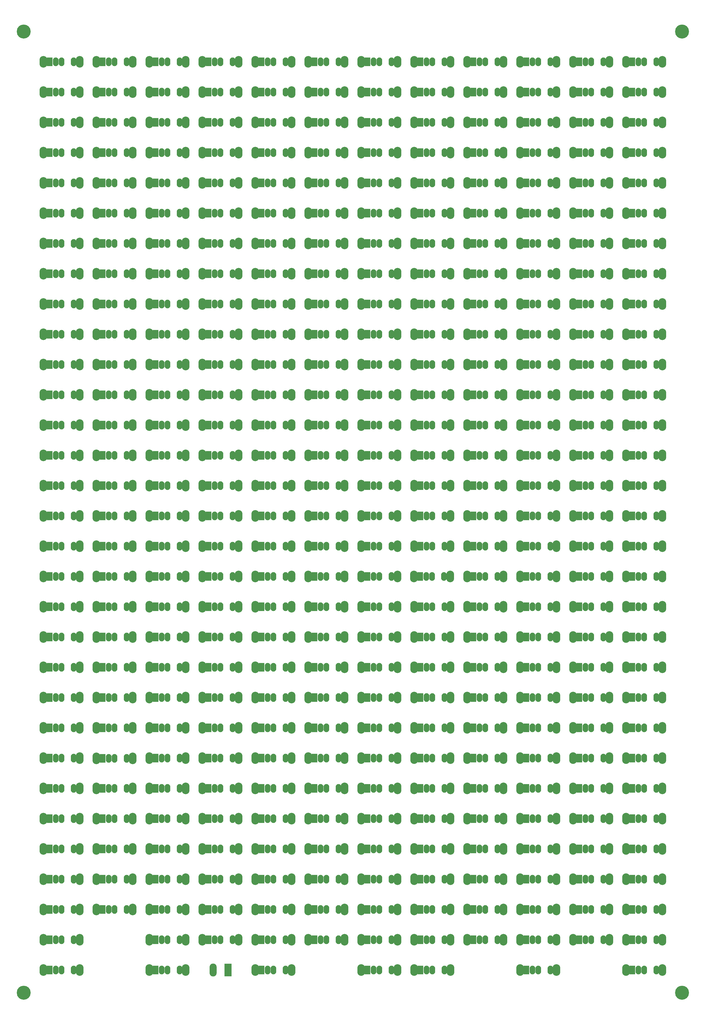
<source format=gbr>
G04 #@! TF.GenerationSoftware,KiCad,Pcbnew,(5.0.0)*
G04 #@! TF.CreationDate,2018-11-14T19:44:42+01:00*
G04 #@! TF.ProjectId,motivational board,6D6F7469766174696F6E616C20626F61,rev?*
G04 #@! TF.SameCoordinates,Original*
G04 #@! TF.FileFunction,Soldermask,Bot*
G04 #@! TF.FilePolarity,Negative*
%FSLAX46Y46*%
G04 Gerber Fmt 4.6, Leading zero omitted, Abs format (unit mm)*
G04 Created by KiCad (PCBNEW (5.0.0)) date 11/14/18 19:44:42*
%MOMM*%
%LPD*%
G01*
G04 APERTURE LIST*
%ADD10R,2.380000X4.360000*%
%ADD11O,2.380000X4.360000*%
%ADD12O,1.900000X2.900000*%
%ADD13R,1.900000X2.900000*%
%ADD14O,2.600000X3.900000*%
%ADD15C,4.700000*%
G04 APERTURE END LIST*
D10*
G04 #@! TO.C,J1*
X73660000Y-320040000D03*
D11*
X68660000Y-320040000D03*
G04 #@! TD*
D12*
G04 #@! TO.C,SW1*
X21780000Y-15240000D03*
D13*
X13780000Y-15240000D03*
D12*
X15780000Y-15240000D03*
X17780000Y-15240000D03*
D14*
X11680000Y-15240000D03*
X23880000Y-15240000D03*
G04 #@! TD*
G04 #@! TO.C,SW2*
X23880000Y-25400000D03*
X11680000Y-25400000D03*
D12*
X17780000Y-25400000D03*
X15780000Y-25400000D03*
D13*
X13780000Y-25400000D03*
D12*
X21780000Y-25400000D03*
G04 #@! TD*
G04 #@! TO.C,SW3*
X21780000Y-35560000D03*
D13*
X13780000Y-35560000D03*
D12*
X15780000Y-35560000D03*
X17780000Y-35560000D03*
D14*
X11680000Y-35560000D03*
X23880000Y-35560000D03*
G04 #@! TD*
D12*
G04 #@! TO.C,SW4*
X21780000Y-45720000D03*
D13*
X13780000Y-45720000D03*
D12*
X15780000Y-45720000D03*
X17780000Y-45720000D03*
D14*
X11680000Y-45720000D03*
X23880000Y-45720000D03*
G04 #@! TD*
G04 #@! TO.C,SW5*
X23880000Y-55880000D03*
X11680000Y-55880000D03*
D12*
X17780000Y-55880000D03*
X15780000Y-55880000D03*
D13*
X13780000Y-55880000D03*
D12*
X21780000Y-55880000D03*
G04 #@! TD*
G04 #@! TO.C,SW6*
X21780000Y-66040000D03*
D13*
X13780000Y-66040000D03*
D12*
X15780000Y-66040000D03*
X17780000Y-66040000D03*
D14*
X11680000Y-66040000D03*
X23880000Y-66040000D03*
G04 #@! TD*
D12*
G04 #@! TO.C,SW7*
X21780000Y-76200000D03*
D13*
X13780000Y-76200000D03*
D12*
X15780000Y-76200000D03*
X17780000Y-76200000D03*
D14*
X11680000Y-76200000D03*
X23880000Y-76200000D03*
G04 #@! TD*
G04 #@! TO.C,SW8*
X23880000Y-86360000D03*
X11680000Y-86360000D03*
D12*
X17780000Y-86360000D03*
X15780000Y-86360000D03*
D13*
X13780000Y-86360000D03*
D12*
X21780000Y-86360000D03*
G04 #@! TD*
D14*
G04 #@! TO.C,SW9*
X23880000Y-96520000D03*
X11680000Y-96520000D03*
D12*
X17780000Y-96520000D03*
X15780000Y-96520000D03*
D13*
X13780000Y-96520000D03*
D12*
X21780000Y-96520000D03*
G04 #@! TD*
D14*
G04 #@! TO.C,SW10*
X23880000Y-106680000D03*
X11680000Y-106680000D03*
D12*
X17780000Y-106680000D03*
X15780000Y-106680000D03*
D13*
X13780000Y-106680000D03*
D12*
X21780000Y-106680000D03*
G04 #@! TD*
D14*
G04 #@! TO.C,SW11*
X23880000Y-116840000D03*
X11680000Y-116840000D03*
D12*
X17780000Y-116840000D03*
X15780000Y-116840000D03*
D13*
X13780000Y-116840000D03*
D12*
X21780000Y-116840000D03*
G04 #@! TD*
D14*
G04 #@! TO.C,SW12*
X23880000Y-127000000D03*
X11680000Y-127000000D03*
D12*
X17780000Y-127000000D03*
X15780000Y-127000000D03*
D13*
X13780000Y-127000000D03*
D12*
X21780000Y-127000000D03*
G04 #@! TD*
G04 #@! TO.C,SW13*
X21780000Y-137160000D03*
D13*
X13780000Y-137160000D03*
D12*
X15780000Y-137160000D03*
X17780000Y-137160000D03*
D14*
X11680000Y-137160000D03*
X23880000Y-137160000D03*
G04 #@! TD*
D12*
G04 #@! TO.C,SW14*
X21780000Y-147320000D03*
D13*
X13780000Y-147320000D03*
D12*
X15780000Y-147320000D03*
X17780000Y-147320000D03*
D14*
X11680000Y-147320000D03*
X23880000Y-147320000D03*
G04 #@! TD*
D12*
G04 #@! TO.C,SW15*
X21780000Y-157480000D03*
D13*
X13780000Y-157480000D03*
D12*
X15780000Y-157480000D03*
X17780000Y-157480000D03*
D14*
X11680000Y-157480000D03*
X23880000Y-157480000D03*
G04 #@! TD*
D12*
G04 #@! TO.C,SW16*
X21780000Y-167640000D03*
D13*
X13780000Y-167640000D03*
D12*
X15780000Y-167640000D03*
X17780000Y-167640000D03*
D14*
X11680000Y-167640000D03*
X23880000Y-167640000D03*
G04 #@! TD*
G04 #@! TO.C,SW17*
X23880000Y-177800000D03*
X11680000Y-177800000D03*
D12*
X17780000Y-177800000D03*
X15780000Y-177800000D03*
D13*
X13780000Y-177800000D03*
D12*
X21780000Y-177800000D03*
G04 #@! TD*
D14*
G04 #@! TO.C,SW18*
X23880000Y-187960000D03*
X11680000Y-187960000D03*
D12*
X17780000Y-187960000D03*
X15780000Y-187960000D03*
D13*
X13780000Y-187960000D03*
D12*
X21780000Y-187960000D03*
G04 #@! TD*
D14*
G04 #@! TO.C,SW19*
X23880000Y-198120000D03*
X11680000Y-198120000D03*
D12*
X17780000Y-198120000D03*
X15780000Y-198120000D03*
D13*
X13780000Y-198120000D03*
D12*
X21780000Y-198120000D03*
G04 #@! TD*
D14*
G04 #@! TO.C,SW20*
X23880000Y-208280000D03*
X11680000Y-208280000D03*
D12*
X17780000Y-208280000D03*
X15780000Y-208280000D03*
D13*
X13780000Y-208280000D03*
D12*
X21780000Y-208280000D03*
G04 #@! TD*
G04 #@! TO.C,SW21*
X21780000Y-218440000D03*
D13*
X13780000Y-218440000D03*
D12*
X15780000Y-218440000D03*
X17780000Y-218440000D03*
D14*
X11680000Y-218440000D03*
X23880000Y-218440000D03*
G04 #@! TD*
D12*
G04 #@! TO.C,SW22*
X21780000Y-228600000D03*
D13*
X13780000Y-228600000D03*
D12*
X15780000Y-228600000D03*
X17780000Y-228600000D03*
D14*
X11680000Y-228600000D03*
X23880000Y-228600000D03*
G04 #@! TD*
D12*
G04 #@! TO.C,SW23*
X21780000Y-238760000D03*
D13*
X13780000Y-238760000D03*
D12*
X15780000Y-238760000D03*
X17780000Y-238760000D03*
D14*
X11680000Y-238760000D03*
X23880000Y-238760000D03*
G04 #@! TD*
D12*
G04 #@! TO.C,SW24*
X21780000Y-248920000D03*
D13*
X13780000Y-248920000D03*
D12*
X15780000Y-248920000D03*
X17780000Y-248920000D03*
D14*
X11680000Y-248920000D03*
X23880000Y-248920000D03*
G04 #@! TD*
D12*
G04 #@! TO.C,SW25*
X21780000Y-259080000D03*
D13*
X13780000Y-259080000D03*
D12*
X15780000Y-259080000D03*
X17780000Y-259080000D03*
D14*
X11680000Y-259080000D03*
X23880000Y-259080000D03*
G04 #@! TD*
G04 #@! TO.C,SW26*
X23880000Y-269240000D03*
X11680000Y-269240000D03*
D12*
X17780000Y-269240000D03*
X15780000Y-269240000D03*
D13*
X13780000Y-269240000D03*
D12*
X21780000Y-269240000D03*
G04 #@! TD*
D14*
G04 #@! TO.C,SW27*
X23880000Y-279400000D03*
X11680000Y-279400000D03*
D12*
X17780000Y-279400000D03*
X15780000Y-279400000D03*
D13*
X13780000Y-279400000D03*
D12*
X21780000Y-279400000D03*
G04 #@! TD*
G04 #@! TO.C,SW28*
X21780000Y-289560000D03*
D13*
X13780000Y-289560000D03*
D12*
X15780000Y-289560000D03*
X17780000Y-289560000D03*
D14*
X11680000Y-289560000D03*
X23880000Y-289560000D03*
G04 #@! TD*
G04 #@! TO.C,SW29*
X23880000Y-299720000D03*
X11680000Y-299720000D03*
D12*
X17780000Y-299720000D03*
X15780000Y-299720000D03*
D13*
X13780000Y-299720000D03*
D12*
X21780000Y-299720000D03*
G04 #@! TD*
D14*
G04 #@! TO.C,SW30*
X23880000Y-309880000D03*
X11680000Y-309880000D03*
D12*
X17780000Y-309880000D03*
X15780000Y-309880000D03*
D13*
X13780000Y-309880000D03*
D12*
X21780000Y-309880000D03*
G04 #@! TD*
G04 #@! TO.C,SW31*
X21780000Y-320040000D03*
D13*
X13780000Y-320040000D03*
D12*
X15780000Y-320040000D03*
X17780000Y-320040000D03*
D14*
X11680000Y-320040000D03*
X23880000Y-320040000D03*
G04 #@! TD*
G04 #@! TO.C,SW32*
X41660000Y-15240000D03*
X29460000Y-15240000D03*
D12*
X35560000Y-15240000D03*
X33560000Y-15240000D03*
D13*
X31560000Y-15240000D03*
D12*
X39560000Y-15240000D03*
G04 #@! TD*
D14*
G04 #@! TO.C,SW33*
X41660000Y-25400000D03*
X29460000Y-25400000D03*
D12*
X35560000Y-25400000D03*
X33560000Y-25400000D03*
D13*
X31560000Y-25400000D03*
D12*
X39560000Y-25400000D03*
G04 #@! TD*
G04 #@! TO.C,SW34*
X39560000Y-35560000D03*
D13*
X31560000Y-35560000D03*
D12*
X33560000Y-35560000D03*
X35560000Y-35560000D03*
D14*
X29460000Y-35560000D03*
X41660000Y-35560000D03*
G04 #@! TD*
G04 #@! TO.C,SW35*
X41660000Y-45720000D03*
X29460000Y-45720000D03*
D12*
X35560000Y-45720000D03*
X33560000Y-45720000D03*
D13*
X31560000Y-45720000D03*
D12*
X39560000Y-45720000D03*
G04 #@! TD*
D14*
G04 #@! TO.C,SW36*
X41660000Y-55880000D03*
X29460000Y-55880000D03*
D12*
X35560000Y-55880000D03*
X33560000Y-55880000D03*
D13*
X31560000Y-55880000D03*
D12*
X39560000Y-55880000D03*
G04 #@! TD*
G04 #@! TO.C,SW37*
X39560000Y-66040000D03*
D13*
X31560000Y-66040000D03*
D12*
X33560000Y-66040000D03*
X35560000Y-66040000D03*
D14*
X29460000Y-66040000D03*
X41660000Y-66040000D03*
G04 #@! TD*
G04 #@! TO.C,SW38*
X41660000Y-76200000D03*
X29460000Y-76200000D03*
D12*
X35560000Y-76200000D03*
X33560000Y-76200000D03*
D13*
X31560000Y-76200000D03*
D12*
X39560000Y-76200000D03*
G04 #@! TD*
D14*
G04 #@! TO.C,SW39*
X41660000Y-86360000D03*
X29460000Y-86360000D03*
D12*
X35560000Y-86360000D03*
X33560000Y-86360000D03*
D13*
X31560000Y-86360000D03*
D12*
X39560000Y-86360000D03*
G04 #@! TD*
G04 #@! TO.C,SW40*
X39560000Y-96520000D03*
D13*
X31560000Y-96520000D03*
D12*
X33560000Y-96520000D03*
X35560000Y-96520000D03*
D14*
X29460000Y-96520000D03*
X41660000Y-96520000D03*
G04 #@! TD*
G04 #@! TO.C,SW41*
X41660000Y-106680000D03*
X29460000Y-106680000D03*
D12*
X35560000Y-106680000D03*
X33560000Y-106680000D03*
D13*
X31560000Y-106680000D03*
D12*
X39560000Y-106680000D03*
G04 #@! TD*
D14*
G04 #@! TO.C,SW42*
X41660000Y-116840000D03*
X29460000Y-116840000D03*
D12*
X35560000Y-116840000D03*
X33560000Y-116840000D03*
D13*
X31560000Y-116840000D03*
D12*
X39560000Y-116840000D03*
G04 #@! TD*
D14*
G04 #@! TO.C,SW43*
X41660000Y-127000000D03*
X29460000Y-127000000D03*
D12*
X35560000Y-127000000D03*
X33560000Y-127000000D03*
D13*
X31560000Y-127000000D03*
D12*
X39560000Y-127000000D03*
G04 #@! TD*
D14*
G04 #@! TO.C,SW44*
X41660000Y-137160000D03*
X29460000Y-137160000D03*
D12*
X35560000Y-137160000D03*
X33560000Y-137160000D03*
D13*
X31560000Y-137160000D03*
D12*
X39560000Y-137160000D03*
G04 #@! TD*
D14*
G04 #@! TO.C,SW45*
X41660000Y-147320000D03*
X29460000Y-147320000D03*
D12*
X35560000Y-147320000D03*
X33560000Y-147320000D03*
D13*
X31560000Y-147320000D03*
D12*
X39560000Y-147320000D03*
G04 #@! TD*
G04 #@! TO.C,SW46*
X39560000Y-157480000D03*
D13*
X31560000Y-157480000D03*
D12*
X33560000Y-157480000D03*
X35560000Y-157480000D03*
D14*
X29460000Y-157480000D03*
X41660000Y-157480000D03*
G04 #@! TD*
G04 #@! TO.C,SW47*
X41660000Y-167640000D03*
X29460000Y-167640000D03*
D12*
X35560000Y-167640000D03*
X33560000Y-167640000D03*
D13*
X31560000Y-167640000D03*
D12*
X39560000Y-167640000D03*
G04 #@! TD*
D14*
G04 #@! TO.C,SW48*
X41660000Y-177800000D03*
X29460000Y-177800000D03*
D12*
X35560000Y-177800000D03*
X33560000Y-177800000D03*
D13*
X31560000Y-177800000D03*
D12*
X39560000Y-177800000D03*
G04 #@! TD*
G04 #@! TO.C,SW49*
X39560000Y-187960000D03*
D13*
X31560000Y-187960000D03*
D12*
X33560000Y-187960000D03*
X35560000Y-187960000D03*
D14*
X29460000Y-187960000D03*
X41660000Y-187960000D03*
G04 #@! TD*
G04 #@! TO.C,SW50*
X41660000Y-198120000D03*
X29460000Y-198120000D03*
D12*
X35560000Y-198120000D03*
X33560000Y-198120000D03*
D13*
X31560000Y-198120000D03*
D12*
X39560000Y-198120000D03*
G04 #@! TD*
D14*
G04 #@! TO.C,SW51*
X41660000Y-208280000D03*
X29460000Y-208280000D03*
D12*
X35560000Y-208280000D03*
X33560000Y-208280000D03*
D13*
X31560000Y-208280000D03*
D12*
X39560000Y-208280000D03*
G04 #@! TD*
G04 #@! TO.C,SW52*
X39560000Y-218440000D03*
D13*
X31560000Y-218440000D03*
D12*
X33560000Y-218440000D03*
X35560000Y-218440000D03*
D14*
X29460000Y-218440000D03*
X41660000Y-218440000D03*
G04 #@! TD*
G04 #@! TO.C,SW53*
X41660000Y-228600000D03*
X29460000Y-228600000D03*
D12*
X35560000Y-228600000D03*
X33560000Y-228600000D03*
D13*
X31560000Y-228600000D03*
D12*
X39560000Y-228600000D03*
G04 #@! TD*
D14*
G04 #@! TO.C,SW54*
X41660000Y-238760000D03*
X29460000Y-238760000D03*
D12*
X35560000Y-238760000D03*
X33560000Y-238760000D03*
D13*
X31560000Y-238760000D03*
D12*
X39560000Y-238760000D03*
G04 #@! TD*
G04 #@! TO.C,SW55*
X39560000Y-249000001D03*
D13*
X31560000Y-249000001D03*
D12*
X33560000Y-249000001D03*
X35560000Y-249000001D03*
D14*
X29460000Y-249000001D03*
X41660000Y-249000001D03*
G04 #@! TD*
G04 #@! TO.C,SW56*
X41660000Y-259080000D03*
X29460000Y-259080000D03*
D12*
X35560000Y-259080000D03*
X33560000Y-259080000D03*
D13*
X31560000Y-259080000D03*
D12*
X39560000Y-259080000D03*
G04 #@! TD*
D14*
G04 #@! TO.C,SW57*
X41660000Y-269240000D03*
X29460000Y-269240000D03*
D12*
X35560000Y-269240000D03*
X33560000Y-269240000D03*
D13*
X31560000Y-269240000D03*
D12*
X39560000Y-269240000D03*
G04 #@! TD*
G04 #@! TO.C,SW58*
X39560000Y-279400000D03*
D13*
X31560000Y-279400000D03*
D12*
X33560000Y-279400000D03*
X35560000Y-279400000D03*
D14*
X29460000Y-279400000D03*
X41660000Y-279400000D03*
G04 #@! TD*
G04 #@! TO.C,SW59*
X41660000Y-289560000D03*
X29460000Y-289560000D03*
D12*
X35560000Y-289560000D03*
X33560000Y-289560000D03*
D13*
X31560000Y-289560000D03*
D12*
X39560000Y-289560000D03*
G04 #@! TD*
D14*
G04 #@! TO.C,SW60*
X41660000Y-299720000D03*
X29460000Y-299720000D03*
D12*
X35560000Y-299720000D03*
X33560000Y-299720000D03*
D13*
X31560000Y-299720000D03*
D12*
X39560000Y-299720000D03*
G04 #@! TD*
G04 #@! TO.C,SW61*
X57340000Y-15240000D03*
D13*
X49340000Y-15240000D03*
D12*
X51340000Y-15240000D03*
X53340000Y-15240000D03*
D14*
X47240000Y-15240000D03*
X59440000Y-15240000D03*
G04 #@! TD*
G04 #@! TO.C,SW62*
X59440000Y-25400000D03*
X47240000Y-25400000D03*
D12*
X53340000Y-25400000D03*
X51340000Y-25400000D03*
D13*
X49340000Y-25400000D03*
D12*
X57340000Y-25400000D03*
G04 #@! TD*
D14*
G04 #@! TO.C,SW63*
X59440000Y-35560000D03*
X47240000Y-35560000D03*
D12*
X53340000Y-35560000D03*
X51340000Y-35560000D03*
D13*
X49340000Y-35560000D03*
D12*
X57340000Y-35560000D03*
G04 #@! TD*
G04 #@! TO.C,SW64*
X57340000Y-45720000D03*
D13*
X49340000Y-45720000D03*
D12*
X51340000Y-45720000D03*
X53340000Y-45720000D03*
D14*
X47240000Y-45720000D03*
X59440000Y-45720000D03*
G04 #@! TD*
G04 #@! TO.C,SW65*
X59440000Y-55880000D03*
X47240000Y-55880000D03*
D12*
X53340000Y-55880000D03*
X51340000Y-55880000D03*
D13*
X49340000Y-55880000D03*
D12*
X57340000Y-55880000D03*
G04 #@! TD*
D14*
G04 #@! TO.C,SW66*
X59440000Y-66040000D03*
X47240000Y-66040000D03*
D12*
X53340000Y-66040000D03*
X51340000Y-66040000D03*
D13*
X49340000Y-66040000D03*
D12*
X57340000Y-66040000D03*
G04 #@! TD*
G04 #@! TO.C,SW67*
X57340000Y-76200000D03*
D13*
X49340000Y-76200000D03*
D12*
X51340000Y-76200000D03*
X53340000Y-76200000D03*
D14*
X47240000Y-76200000D03*
X59440000Y-76200000D03*
G04 #@! TD*
G04 #@! TO.C,SW68*
X59440000Y-86360000D03*
X47240000Y-86360000D03*
D12*
X53340000Y-86360000D03*
X51340000Y-86360000D03*
D13*
X49340000Y-86360000D03*
D12*
X57340000Y-86360000D03*
G04 #@! TD*
D14*
G04 #@! TO.C,SW69*
X59440000Y-96520000D03*
X47240000Y-96520000D03*
D12*
X53340000Y-96520000D03*
X51340000Y-96520000D03*
D13*
X49340000Y-96520000D03*
D12*
X57340000Y-96520000D03*
G04 #@! TD*
G04 #@! TO.C,SW70*
X57340000Y-106680000D03*
D13*
X49340000Y-106680000D03*
D12*
X51340000Y-106680000D03*
X53340000Y-106680000D03*
D14*
X47240000Y-106680000D03*
X59440000Y-106680000D03*
G04 #@! TD*
G04 #@! TO.C,SW71*
X59440000Y-116840000D03*
X47240000Y-116840000D03*
D12*
X53340000Y-116840000D03*
X51340000Y-116840000D03*
D13*
X49340000Y-116840000D03*
D12*
X57340000Y-116840000D03*
G04 #@! TD*
G04 #@! TO.C,SW72*
X57340000Y-127000000D03*
D13*
X49340000Y-127000000D03*
D12*
X51340000Y-127000000D03*
X53340000Y-127000000D03*
D14*
X47240000Y-127000000D03*
X59440000Y-127000000D03*
G04 #@! TD*
D12*
G04 #@! TO.C,SW73*
X57340000Y-137160000D03*
D13*
X49340000Y-137160000D03*
D12*
X51340000Y-137160000D03*
X53340000Y-137160000D03*
D14*
X47240000Y-137160000D03*
X59440000Y-137160000D03*
G04 #@! TD*
D12*
G04 #@! TO.C,SW74*
X57340000Y-147320000D03*
D13*
X49340000Y-147320000D03*
D12*
X51340000Y-147320000D03*
X53340000Y-147320000D03*
D14*
X47240000Y-147320000D03*
X59440000Y-147320000D03*
G04 #@! TD*
D12*
G04 #@! TO.C,SW75*
X57340000Y-157480000D03*
D13*
X49340000Y-157480000D03*
D12*
X51340000Y-157480000D03*
X53340000Y-157480000D03*
D14*
X47240000Y-157480000D03*
X59440000Y-157480000D03*
G04 #@! TD*
G04 #@! TO.C,SW76*
X59440000Y-167640000D03*
X47240000Y-167640000D03*
D12*
X53340000Y-167640000D03*
X51340000Y-167640000D03*
D13*
X49340000Y-167640000D03*
D12*
X57340000Y-167640000D03*
G04 #@! TD*
D14*
G04 #@! TO.C,SW77*
X59440000Y-177800000D03*
X47240000Y-177800000D03*
D12*
X53340000Y-177800000D03*
X51340000Y-177800000D03*
D13*
X49340000Y-177800000D03*
D12*
X57340000Y-177800000D03*
G04 #@! TD*
D14*
G04 #@! TO.C,SW78*
X59440000Y-187960000D03*
X47240000Y-187960000D03*
D12*
X53340000Y-187960000D03*
X51340000Y-187960000D03*
D13*
X49340000Y-187960000D03*
D12*
X57340000Y-187960000D03*
G04 #@! TD*
G04 #@! TO.C,SW79*
X57340000Y-198120000D03*
D13*
X49340000Y-198120000D03*
D12*
X51340000Y-198120000D03*
X53340000Y-198120000D03*
D14*
X47240000Y-198120000D03*
X59440000Y-198120000D03*
G04 #@! TD*
D12*
G04 #@! TO.C,SW80*
X57340000Y-208280000D03*
D13*
X49340000Y-208280000D03*
D12*
X51340000Y-208280000D03*
X53340000Y-208280000D03*
D14*
X47240000Y-208280000D03*
X59440000Y-208280000D03*
G04 #@! TD*
G04 #@! TO.C,SW81*
X59440000Y-218440000D03*
X47240000Y-218440000D03*
D12*
X53340000Y-218440000D03*
X51340000Y-218440000D03*
D13*
X49340000Y-218440000D03*
D12*
X57340000Y-218440000D03*
G04 #@! TD*
D14*
G04 #@! TO.C,SW82*
X59440000Y-228600000D03*
X47240000Y-228600000D03*
D12*
X53340000Y-228600000D03*
X51340000Y-228600000D03*
D13*
X49340000Y-228600000D03*
D12*
X57340000Y-228600000D03*
G04 #@! TD*
D14*
G04 #@! TO.C,SW83*
X59440000Y-238760000D03*
X47240000Y-238760000D03*
D12*
X53340000Y-238760000D03*
X51340000Y-238760000D03*
D13*
X49340000Y-238760000D03*
D12*
X57340000Y-238760000D03*
G04 #@! TD*
D14*
G04 #@! TO.C,SW84*
X59440000Y-248920000D03*
X47240000Y-248920000D03*
D12*
X53340000Y-248920000D03*
X51340000Y-248920000D03*
D13*
X49340000Y-248920000D03*
D12*
X57340000Y-248920000D03*
G04 #@! TD*
G04 #@! TO.C,SW85*
X57340000Y-259080000D03*
D13*
X49340000Y-259080000D03*
D12*
X51340000Y-259080000D03*
X53340000Y-259080000D03*
D14*
X47240000Y-259080000D03*
X59440000Y-259080000D03*
G04 #@! TD*
D12*
G04 #@! TO.C,SW86*
X57340000Y-269240000D03*
D13*
X49340000Y-269240000D03*
D12*
X51340000Y-269240000D03*
X53340000Y-269240000D03*
D14*
X47240000Y-269240000D03*
X59440000Y-269240000D03*
G04 #@! TD*
D12*
G04 #@! TO.C,SW87*
X57340000Y-279400000D03*
D13*
X49340000Y-279400000D03*
D12*
X51340000Y-279400000D03*
X53340000Y-279400000D03*
D14*
X47240000Y-279400000D03*
X59440000Y-279400000D03*
G04 #@! TD*
G04 #@! TO.C,SW88*
X59440000Y-289560000D03*
X47240000Y-289560000D03*
D12*
X53340000Y-289560000D03*
X51340000Y-289560000D03*
D13*
X49340000Y-289560000D03*
D12*
X57340000Y-289560000D03*
G04 #@! TD*
G04 #@! TO.C,SW89*
X57340000Y-299720000D03*
D13*
X49340000Y-299720000D03*
D12*
X51340000Y-299720000D03*
X53340000Y-299720000D03*
D14*
X47240000Y-299720000D03*
X59440000Y-299720000D03*
G04 #@! TD*
D12*
G04 #@! TO.C,SW90*
X57340000Y-309880000D03*
D13*
X49340000Y-309880000D03*
D12*
X51340000Y-309880000D03*
X53340000Y-309880000D03*
D14*
X47240000Y-309880000D03*
X59440000Y-309880000D03*
G04 #@! TD*
G04 #@! TO.C,SW91*
X59440000Y-320040000D03*
X47240000Y-320040000D03*
D12*
X53340000Y-320040000D03*
X51340000Y-320040000D03*
D13*
X49340000Y-320040000D03*
D12*
X57340000Y-320040000D03*
G04 #@! TD*
G04 #@! TO.C,SW92*
X75120000Y-15240000D03*
D13*
X67120000Y-15240000D03*
D12*
X69120000Y-15240000D03*
X71120000Y-15240000D03*
D14*
X65020000Y-15240000D03*
X77220000Y-15240000D03*
G04 #@! TD*
D12*
G04 #@! TO.C,SW93*
X75120000Y-25400000D03*
D13*
X67120000Y-25400000D03*
D12*
X69120000Y-25400000D03*
X71120000Y-25400000D03*
D14*
X65020000Y-25400000D03*
X77220000Y-25400000D03*
G04 #@! TD*
G04 #@! TO.C,SW94*
X77220000Y-35560000D03*
X65020000Y-35560000D03*
D12*
X71120000Y-35560000D03*
X69120000Y-35560000D03*
D13*
X67120000Y-35560000D03*
D12*
X75120000Y-35560000D03*
G04 #@! TD*
G04 #@! TO.C,SW95*
X75120000Y-45720000D03*
D13*
X67120000Y-45720000D03*
D12*
X69120000Y-45720000D03*
X71120000Y-45720000D03*
D14*
X65020000Y-45720000D03*
X77220000Y-45720000D03*
G04 #@! TD*
D12*
G04 #@! TO.C,SW96*
X75120000Y-55880000D03*
D13*
X67120000Y-55880000D03*
D12*
X69120000Y-55880000D03*
X71120000Y-55880000D03*
D14*
X65020000Y-55880000D03*
X77220000Y-55880000D03*
G04 #@! TD*
G04 #@! TO.C,SW97*
X77220000Y-66040000D03*
X65020000Y-66040000D03*
D12*
X71120000Y-66040000D03*
X69120000Y-66040000D03*
D13*
X67120000Y-66040000D03*
D12*
X75120000Y-66040000D03*
G04 #@! TD*
G04 #@! TO.C,SW98*
X75120000Y-76200000D03*
D13*
X67120000Y-76200000D03*
D12*
X69120000Y-76200000D03*
X71120000Y-76200000D03*
D14*
X65020000Y-76200000D03*
X77220000Y-76200000D03*
G04 #@! TD*
D12*
G04 #@! TO.C,SW99*
X75120000Y-86360000D03*
D13*
X67120000Y-86360000D03*
D12*
X69120000Y-86360000D03*
X71120000Y-86360000D03*
D14*
X65020000Y-86360000D03*
X77220000Y-86360000D03*
G04 #@! TD*
G04 #@! TO.C,SW100*
X77220000Y-96520000D03*
X65020000Y-96520000D03*
D12*
X71120000Y-96520000D03*
X69120000Y-96520000D03*
D13*
X67120000Y-96520000D03*
D12*
X75120000Y-96520000D03*
G04 #@! TD*
G04 #@! TO.C,SW101*
X75120000Y-106680000D03*
D13*
X67120000Y-106680000D03*
D12*
X69120000Y-106680000D03*
X71120000Y-106680000D03*
D14*
X65020000Y-106680000D03*
X77220000Y-106680000D03*
G04 #@! TD*
D12*
G04 #@! TO.C,SW102*
X75120000Y-116840000D03*
D13*
X67120000Y-116840000D03*
D12*
X69120000Y-116840000D03*
X71120000Y-116840000D03*
D14*
X65020000Y-116840000D03*
X77220000Y-116840000D03*
G04 #@! TD*
G04 #@! TO.C,SW103*
X77220000Y-127000000D03*
X65020000Y-127000000D03*
D12*
X71120000Y-127000000D03*
X69120000Y-127000000D03*
D13*
X67120000Y-127000000D03*
D12*
X75120000Y-127000000D03*
G04 #@! TD*
G04 #@! TO.C,SW104*
X75120000Y-137160000D03*
D13*
X67120000Y-137160000D03*
D12*
X69120000Y-137160000D03*
X71120000Y-137160000D03*
D14*
X65020000Y-137160000D03*
X77220000Y-137160000D03*
G04 #@! TD*
D12*
G04 #@! TO.C,SW105*
X75120000Y-147320000D03*
D13*
X67120000Y-147320000D03*
D12*
X69120000Y-147320000D03*
X71120000Y-147320000D03*
D14*
X65020000Y-147320000D03*
X77220000Y-147320000D03*
G04 #@! TD*
G04 #@! TO.C,SW106*
X77220000Y-157480000D03*
X65020000Y-157480000D03*
D12*
X71120000Y-157480000D03*
X69120000Y-157480000D03*
D13*
X67120000Y-157480000D03*
D12*
X75120000Y-157480000D03*
G04 #@! TD*
G04 #@! TO.C,SW107*
X75120000Y-167640000D03*
D13*
X67120000Y-167640000D03*
D12*
X69120000Y-167640000D03*
X71120000Y-167640000D03*
D14*
X65020000Y-167640000D03*
X77220000Y-167640000D03*
G04 #@! TD*
D12*
G04 #@! TO.C,SW108*
X75120000Y-177800000D03*
D13*
X67120000Y-177800000D03*
D12*
X69120000Y-177800000D03*
X71120000Y-177800000D03*
D14*
X65020000Y-177800000D03*
X77220000Y-177800000D03*
G04 #@! TD*
G04 #@! TO.C,SW109*
X77220000Y-187960000D03*
X65020000Y-187960000D03*
D12*
X71120000Y-187960000D03*
X69120000Y-187960000D03*
D13*
X67120000Y-187960000D03*
D12*
X75120000Y-187960000D03*
G04 #@! TD*
D14*
G04 #@! TO.C,SW110*
X77220000Y-198120000D03*
X65020000Y-198120000D03*
D12*
X71120000Y-198120000D03*
X69120000Y-198120000D03*
D13*
X67120000Y-198120000D03*
D12*
X75120000Y-198120000D03*
G04 #@! TD*
D14*
G04 #@! TO.C,SW111*
X77220000Y-208280000D03*
X65020000Y-208280000D03*
D12*
X71120000Y-208280000D03*
X69120000Y-208280000D03*
D13*
X67120000Y-208280000D03*
D12*
X75120000Y-208280000D03*
G04 #@! TD*
G04 #@! TO.C,SW112*
X75120000Y-218440000D03*
D13*
X67120000Y-218440000D03*
D12*
X69120000Y-218440000D03*
X71120000Y-218440000D03*
D14*
X65020000Y-218440000D03*
X77220000Y-218440000D03*
G04 #@! TD*
G04 #@! TO.C,SW113*
X77220000Y-228600000D03*
X65020000Y-228600000D03*
D12*
X71120000Y-228600000D03*
X69120000Y-228600000D03*
D13*
X67120000Y-228600000D03*
D12*
X75120000Y-228600000D03*
G04 #@! TD*
D14*
G04 #@! TO.C,SW114*
X77220000Y-238760000D03*
X65020000Y-238760000D03*
D12*
X71120000Y-238760000D03*
X69120000Y-238760000D03*
D13*
X67120000Y-238760000D03*
D12*
X75120000Y-238760000D03*
G04 #@! TD*
G04 #@! TO.C,SW115*
X75120000Y-248920000D03*
D13*
X67120000Y-248920000D03*
D12*
X69120000Y-248920000D03*
X71120000Y-248920000D03*
D14*
X65020000Y-248920000D03*
X77220000Y-248920000D03*
G04 #@! TD*
G04 #@! TO.C,SW116*
X77220000Y-259080000D03*
X65020000Y-259080000D03*
D12*
X71120000Y-259080000D03*
X69120000Y-259080000D03*
D13*
X67120000Y-259080000D03*
D12*
X75120000Y-259080000D03*
G04 #@! TD*
D14*
G04 #@! TO.C,SW117*
X77220000Y-269240000D03*
X65020000Y-269240000D03*
D12*
X71120000Y-269240000D03*
X69120000Y-269240000D03*
D13*
X67120000Y-269240000D03*
D12*
X75120000Y-269240000D03*
G04 #@! TD*
G04 #@! TO.C,SW118*
X75120000Y-279400000D03*
D13*
X67120000Y-279400000D03*
D12*
X69120000Y-279400000D03*
X71120000Y-279400000D03*
D14*
X65020000Y-279400000D03*
X77220000Y-279400000D03*
G04 #@! TD*
G04 #@! TO.C,SW119*
X77220000Y-289560000D03*
X65020000Y-289560000D03*
D12*
X71120000Y-289560000D03*
X69120000Y-289560000D03*
D13*
X67120000Y-289560000D03*
D12*
X75120000Y-289560000D03*
G04 #@! TD*
D14*
G04 #@! TO.C,SW120*
X77220000Y-299720000D03*
X65020000Y-299720000D03*
D12*
X71120000Y-299720000D03*
X69120000Y-299720000D03*
D13*
X67120000Y-299720000D03*
D12*
X75120000Y-299720000D03*
G04 #@! TD*
G04 #@! TO.C,SW121*
X75120000Y-309880000D03*
D13*
X67120000Y-309880000D03*
D12*
X69120000Y-309880000D03*
X71120000Y-309880000D03*
D14*
X65020000Y-309880000D03*
X77220000Y-309880000D03*
G04 #@! TD*
G04 #@! TO.C,SW122*
X95000000Y-15240000D03*
X82800000Y-15240000D03*
D12*
X88900000Y-15240000D03*
X86900000Y-15240000D03*
D13*
X84900000Y-15240000D03*
D12*
X92900000Y-15240000D03*
G04 #@! TD*
D14*
G04 #@! TO.C,SW123*
X95000000Y-25400000D03*
X82800000Y-25400000D03*
D12*
X88900000Y-25400000D03*
X86900000Y-25400000D03*
D13*
X84900000Y-25400000D03*
D12*
X92900000Y-25400000D03*
G04 #@! TD*
G04 #@! TO.C,SW124*
X92900000Y-35560000D03*
D13*
X84900000Y-35560000D03*
D12*
X86900000Y-35560000D03*
X88900000Y-35560000D03*
D14*
X82800000Y-35560000D03*
X95000000Y-35560000D03*
G04 #@! TD*
G04 #@! TO.C,SW125*
X95000000Y-45720000D03*
X82800000Y-45720000D03*
D12*
X88900000Y-45720000D03*
X86900000Y-45720000D03*
D13*
X84900000Y-45720000D03*
D12*
X92900000Y-45720000D03*
G04 #@! TD*
D14*
G04 #@! TO.C,SW126*
X95000000Y-55880000D03*
X82800000Y-55880000D03*
D12*
X88900000Y-55880000D03*
X86900000Y-55880000D03*
D13*
X84900000Y-55880000D03*
D12*
X92900000Y-55880000D03*
G04 #@! TD*
G04 #@! TO.C,SW127*
X92900000Y-66040000D03*
D13*
X84900000Y-66040000D03*
D12*
X86900000Y-66040000D03*
X88900000Y-66040000D03*
D14*
X82800000Y-66040000D03*
X95000000Y-66040000D03*
G04 #@! TD*
G04 #@! TO.C,SW128*
X95000000Y-76200000D03*
X82800000Y-76200000D03*
D12*
X88900000Y-76200000D03*
X86900000Y-76200000D03*
D13*
X84900000Y-76200000D03*
D12*
X92900000Y-76200000D03*
G04 #@! TD*
D14*
G04 #@! TO.C,SW129*
X95000000Y-86360000D03*
X82800000Y-86360000D03*
D12*
X88900000Y-86360000D03*
X86900000Y-86360000D03*
D13*
X84900000Y-86360000D03*
D12*
X92900000Y-86360000D03*
G04 #@! TD*
G04 #@! TO.C,SW130*
X92900000Y-96520000D03*
D13*
X84900000Y-96520000D03*
D12*
X86900000Y-96520000D03*
X88900000Y-96520000D03*
D14*
X82800000Y-96520000D03*
X95000000Y-96520000D03*
G04 #@! TD*
G04 #@! TO.C,SW131*
X95000000Y-106680000D03*
X82800000Y-106680000D03*
D12*
X88900000Y-106680000D03*
X86900000Y-106680000D03*
D13*
X84900000Y-106680000D03*
D12*
X92900000Y-106680000D03*
G04 #@! TD*
D14*
G04 #@! TO.C,SW132*
X95000000Y-116840000D03*
X82800000Y-116840000D03*
D12*
X88900000Y-116840000D03*
X86900000Y-116840000D03*
D13*
X84900000Y-116840000D03*
D12*
X92900000Y-116840000D03*
G04 #@! TD*
G04 #@! TO.C,SW133*
X92900000Y-127000000D03*
D13*
X84900000Y-127000000D03*
D12*
X86900000Y-127000000D03*
X88900000Y-127000000D03*
D14*
X82800000Y-127000000D03*
X95000000Y-127000000D03*
G04 #@! TD*
G04 #@! TO.C,SW134*
X95000000Y-137160000D03*
X82800000Y-137160000D03*
D12*
X88900000Y-137160000D03*
X86900000Y-137160000D03*
D13*
X84900000Y-137160000D03*
D12*
X92900000Y-137160000D03*
G04 #@! TD*
D14*
G04 #@! TO.C,SW135*
X95000000Y-147320000D03*
X82800000Y-147320000D03*
D12*
X88900000Y-147320000D03*
X86900000Y-147320000D03*
D13*
X84900000Y-147320000D03*
D12*
X92900000Y-147320000D03*
G04 #@! TD*
G04 #@! TO.C,SW136*
X92900000Y-157480000D03*
D13*
X84900000Y-157480000D03*
D12*
X86900000Y-157480000D03*
X88900000Y-157480000D03*
D14*
X82800000Y-157480000D03*
X95000000Y-157480000D03*
G04 #@! TD*
G04 #@! TO.C,SW137*
X95000000Y-167640000D03*
X82800000Y-167640000D03*
D12*
X88900000Y-167640000D03*
X86900000Y-167640000D03*
D13*
X84900000Y-167640000D03*
D12*
X92900000Y-167640000D03*
G04 #@! TD*
D14*
G04 #@! TO.C,SW138*
X95000000Y-177800000D03*
X82800000Y-177800000D03*
D12*
X88900000Y-177800000D03*
X86900000Y-177800000D03*
D13*
X84900000Y-177800000D03*
D12*
X92900000Y-177800000D03*
G04 #@! TD*
D14*
G04 #@! TO.C,SW139*
X95000000Y-187960000D03*
X82800000Y-187960000D03*
D12*
X88900000Y-187960000D03*
X86900000Y-187960000D03*
D13*
X84900000Y-187960000D03*
D12*
X92900000Y-187960000D03*
G04 #@! TD*
G04 #@! TO.C,SW140*
X92900000Y-198120000D03*
D13*
X84900000Y-198120000D03*
D12*
X86900000Y-198120000D03*
X88900000Y-198120000D03*
D14*
X82800000Y-198120000D03*
X95000000Y-198120000D03*
G04 #@! TD*
D12*
G04 #@! TO.C,SW141*
X92900000Y-208280000D03*
D13*
X84900000Y-208280000D03*
D12*
X86900000Y-208280000D03*
X88900000Y-208280000D03*
D14*
X82800000Y-208280000D03*
X95000000Y-208280000D03*
G04 #@! TD*
G04 #@! TO.C,SW142*
X95000000Y-218440000D03*
X82800000Y-218440000D03*
D12*
X88900000Y-218440000D03*
X86900000Y-218440000D03*
D13*
X84900000Y-218440000D03*
D12*
X92900000Y-218440000D03*
G04 #@! TD*
G04 #@! TO.C,SW143*
X92900000Y-228600000D03*
D13*
X84900000Y-228600000D03*
D12*
X86900000Y-228600000D03*
X88900000Y-228600000D03*
D14*
X82800000Y-228600000D03*
X95000000Y-228600000D03*
G04 #@! TD*
D12*
G04 #@! TO.C,SW144*
X92900000Y-238760000D03*
D13*
X84900000Y-238760000D03*
D12*
X86900000Y-238760000D03*
X88900000Y-238760000D03*
D14*
X82800000Y-238760000D03*
X95000000Y-238760000D03*
G04 #@! TD*
G04 #@! TO.C,SW145*
X95000000Y-248920000D03*
X82800000Y-248920000D03*
D12*
X88900000Y-248920000D03*
X86900000Y-248920000D03*
D13*
X84900000Y-248920000D03*
D12*
X92900000Y-248920000D03*
G04 #@! TD*
G04 #@! TO.C,SW146*
X92900000Y-259080000D03*
D13*
X84900000Y-259080000D03*
D12*
X86900000Y-259080000D03*
X88900000Y-259080000D03*
D14*
X82800000Y-259080000D03*
X95000000Y-259080000D03*
G04 #@! TD*
D12*
G04 #@! TO.C,SW147*
X92900000Y-269240000D03*
D13*
X84900000Y-269240000D03*
D12*
X86900000Y-269240000D03*
X88900000Y-269240000D03*
D14*
X82800000Y-269240000D03*
X95000000Y-269240000D03*
G04 #@! TD*
G04 #@! TO.C,SW148*
X95000000Y-279400000D03*
X82800000Y-279400000D03*
D12*
X88900000Y-279400000D03*
X86900000Y-279400000D03*
D13*
X84900000Y-279400000D03*
D12*
X92900000Y-279400000D03*
G04 #@! TD*
G04 #@! TO.C,SW149*
X92900000Y-289560000D03*
D13*
X84900000Y-289560000D03*
D12*
X86900000Y-289560000D03*
X88900000Y-289560000D03*
D14*
X82800000Y-289560000D03*
X95000000Y-289560000D03*
G04 #@! TD*
D12*
G04 #@! TO.C,SW150*
X92900000Y-299720000D03*
D13*
X84900000Y-299720000D03*
D12*
X86900000Y-299720000D03*
X88900000Y-299720000D03*
D14*
X82800000Y-299720000D03*
X95000000Y-299720000D03*
G04 #@! TD*
G04 #@! TO.C,SW151*
X95000000Y-309880000D03*
X82800000Y-309880000D03*
D12*
X88900000Y-309880000D03*
X86900000Y-309880000D03*
D13*
X84900000Y-309880000D03*
D12*
X92900000Y-309880000D03*
G04 #@! TD*
G04 #@! TO.C,SW152*
X92900000Y-320040000D03*
D13*
X84900000Y-320040000D03*
D12*
X86900000Y-320040000D03*
X88900000Y-320040000D03*
D14*
X82800000Y-320040000D03*
X95000000Y-320040000D03*
G04 #@! TD*
D12*
G04 #@! TO.C,SW153*
X110680000Y-15240000D03*
D13*
X102680000Y-15240000D03*
D12*
X104680000Y-15240000D03*
X106680000Y-15240000D03*
D14*
X100580000Y-15240000D03*
X112780000Y-15240000D03*
G04 #@! TD*
G04 #@! TO.C,SW154*
X112780000Y-25400000D03*
X100580000Y-25400000D03*
D12*
X106680000Y-25400000D03*
X104680000Y-25400000D03*
D13*
X102680000Y-25400000D03*
D12*
X110680000Y-25400000D03*
G04 #@! TD*
G04 #@! TO.C,SW155*
X110680000Y-35560000D03*
D13*
X102680000Y-35560000D03*
D12*
X104680000Y-35560000D03*
X106680000Y-35560000D03*
D14*
X100580000Y-35560000D03*
X112780000Y-35560000D03*
G04 #@! TD*
D12*
G04 #@! TO.C,SW156*
X110680000Y-45720000D03*
D13*
X102680000Y-45720000D03*
D12*
X104680000Y-45720000D03*
X106680000Y-45720000D03*
D14*
X100580000Y-45720000D03*
X112780000Y-45720000D03*
G04 #@! TD*
G04 #@! TO.C,SW157*
X112780000Y-55880000D03*
X100580000Y-55880000D03*
D12*
X106680000Y-55880000D03*
X104680000Y-55880000D03*
D13*
X102680000Y-55880000D03*
D12*
X110680000Y-55880000D03*
G04 #@! TD*
G04 #@! TO.C,SW158*
X110680000Y-66040000D03*
D13*
X102680000Y-66040000D03*
D12*
X104680000Y-66040000D03*
X106680000Y-66040000D03*
D14*
X100580000Y-66040000D03*
X112780000Y-66040000D03*
G04 #@! TD*
D12*
G04 #@! TO.C,SW159*
X110680000Y-76200000D03*
D13*
X102680000Y-76200000D03*
D12*
X104680000Y-76200000D03*
X106680000Y-76200000D03*
D14*
X100580000Y-76200000D03*
X112780000Y-76200000D03*
G04 #@! TD*
G04 #@! TO.C,SW160*
X112780000Y-86360000D03*
X100580000Y-86360000D03*
D12*
X106680000Y-86360000D03*
X104680000Y-86360000D03*
D13*
X102680000Y-86360000D03*
D12*
X110680000Y-86360000D03*
G04 #@! TD*
G04 #@! TO.C,SW161*
X110680000Y-96520000D03*
D13*
X102680000Y-96520000D03*
D12*
X104680000Y-96520000D03*
X106680000Y-96520000D03*
D14*
X100580000Y-96520000D03*
X112780000Y-96520000D03*
G04 #@! TD*
D12*
G04 #@! TO.C,SW162*
X110680000Y-106680000D03*
D13*
X102680000Y-106680000D03*
D12*
X104680000Y-106680000D03*
X106680000Y-106680000D03*
D14*
X100580000Y-106680000D03*
X112780000Y-106680000D03*
G04 #@! TD*
G04 #@! TO.C,SW163*
X112780000Y-116840000D03*
X100580000Y-116840000D03*
D12*
X106680000Y-116840000D03*
X104680000Y-116840000D03*
D13*
X102680000Y-116840000D03*
D12*
X110680000Y-116840000D03*
G04 #@! TD*
G04 #@! TO.C,SW164*
X110680000Y-127000000D03*
D13*
X102680000Y-127000000D03*
D12*
X104680000Y-127000000D03*
X106680000Y-127000000D03*
D14*
X100580000Y-127000000D03*
X112780000Y-127000000D03*
G04 #@! TD*
D12*
G04 #@! TO.C,SW165*
X110680000Y-137160000D03*
D13*
X102680000Y-137160000D03*
D12*
X104680000Y-137160000D03*
X106680000Y-137160000D03*
D14*
X100580000Y-137160000D03*
X112780000Y-137160000D03*
G04 #@! TD*
G04 #@! TO.C,SW166*
X112780000Y-147320000D03*
X100580000Y-147320000D03*
D12*
X106680000Y-147320000D03*
X104680000Y-147320000D03*
D13*
X102680000Y-147320000D03*
D12*
X110680000Y-147320000D03*
G04 #@! TD*
G04 #@! TO.C,SW167*
X110680000Y-157480000D03*
D13*
X102680000Y-157480000D03*
D12*
X104680000Y-157480000D03*
X106680000Y-157480000D03*
D14*
X100580000Y-157480000D03*
X112780000Y-157480000D03*
G04 #@! TD*
D12*
G04 #@! TO.C,SW168*
X110680000Y-167640000D03*
D13*
X102680000Y-167640000D03*
D12*
X104680000Y-167640000D03*
X106680000Y-167640000D03*
D14*
X100580000Y-167640000D03*
X112780000Y-167640000D03*
G04 #@! TD*
G04 #@! TO.C,SW169*
X112780000Y-177800000D03*
X100580000Y-177800000D03*
D12*
X106680000Y-177800000D03*
X104680000Y-177800000D03*
D13*
X102680000Y-177800000D03*
D12*
X110680000Y-177800000D03*
G04 #@! TD*
G04 #@! TO.C,SW170*
X110680000Y-187960000D03*
D13*
X102680000Y-187960000D03*
D12*
X104680000Y-187960000D03*
X106680000Y-187960000D03*
D14*
X100580000Y-187960000D03*
X112780000Y-187960000D03*
G04 #@! TD*
D12*
G04 #@! TO.C,SW171*
X110680000Y-198120000D03*
D13*
X102680000Y-198120000D03*
D12*
X104680000Y-198120000D03*
X106680000Y-198120000D03*
D14*
X100580000Y-198120000D03*
X112780000Y-198120000D03*
G04 #@! TD*
G04 #@! TO.C,SW172*
X112780000Y-208280000D03*
X100580000Y-208280000D03*
D12*
X106680000Y-208280000D03*
X104680000Y-208280000D03*
D13*
X102680000Y-208280000D03*
D12*
X110680000Y-208280000D03*
G04 #@! TD*
G04 #@! TO.C,SW173*
X110680000Y-218440000D03*
D13*
X102680000Y-218440000D03*
D12*
X104680000Y-218440000D03*
X106680000Y-218440000D03*
D14*
X100580000Y-218440000D03*
X112780000Y-218440000D03*
G04 #@! TD*
D12*
G04 #@! TO.C,SW174*
X110680000Y-228600000D03*
D13*
X102680000Y-228600000D03*
D12*
X104680000Y-228600000D03*
X106680000Y-228600000D03*
D14*
X100580000Y-228600000D03*
X112780000Y-228600000D03*
G04 #@! TD*
G04 #@! TO.C,SW175*
X112780000Y-238760000D03*
X100580000Y-238760000D03*
D12*
X106680000Y-238760000D03*
X104680000Y-238760000D03*
D13*
X102680000Y-238760000D03*
D12*
X110680000Y-238760000D03*
G04 #@! TD*
G04 #@! TO.C,SW176*
X110680000Y-248920000D03*
D13*
X102680000Y-248920000D03*
D12*
X104680000Y-248920000D03*
X106680000Y-248920000D03*
D14*
X100580000Y-248920000D03*
X112780000Y-248920000D03*
G04 #@! TD*
D12*
G04 #@! TO.C,SW177*
X110680000Y-259080000D03*
D13*
X102680000Y-259080000D03*
D12*
X104680000Y-259080000D03*
X106680000Y-259080000D03*
D14*
X100580000Y-259080000D03*
X112780000Y-259080000D03*
G04 #@! TD*
G04 #@! TO.C,SW178*
X112780000Y-269240000D03*
X100580000Y-269240000D03*
D12*
X106680000Y-269240000D03*
X104680000Y-269240000D03*
D13*
X102680000Y-269240000D03*
D12*
X110680000Y-269240000D03*
G04 #@! TD*
G04 #@! TO.C,SW179*
X110680000Y-279400000D03*
D13*
X102680000Y-279400000D03*
D12*
X104680000Y-279400000D03*
X106680000Y-279400000D03*
D14*
X100580000Y-279400000D03*
X112780000Y-279400000D03*
G04 #@! TD*
D12*
G04 #@! TO.C,SW180*
X110680000Y-289560000D03*
D13*
X102680000Y-289560000D03*
D12*
X104680000Y-289560000D03*
X106680000Y-289560000D03*
D14*
X100580000Y-289560000D03*
X112780000Y-289560000D03*
G04 #@! TD*
G04 #@! TO.C,SW181*
X112780000Y-299720000D03*
X100580000Y-299720000D03*
D12*
X106680000Y-299720000D03*
X104680000Y-299720000D03*
D13*
X102680000Y-299720000D03*
D12*
X110680000Y-299720000D03*
G04 #@! TD*
G04 #@! TO.C,SW182*
X110680000Y-309880000D03*
D13*
X102680000Y-309880000D03*
D12*
X104680000Y-309880000D03*
X106680000Y-309880000D03*
D14*
X100580000Y-309880000D03*
X112780000Y-309880000D03*
G04 #@! TD*
D12*
G04 #@! TO.C,SW183*
X128460000Y-15240000D03*
D13*
X120460000Y-15240000D03*
D12*
X122460000Y-15240000D03*
X124460000Y-15240000D03*
D14*
X118360000Y-15240000D03*
X130560000Y-15240000D03*
G04 #@! TD*
G04 #@! TO.C,SW184*
X130560000Y-25400000D03*
X118360000Y-25400000D03*
D12*
X124460000Y-25400000D03*
X122460000Y-25400000D03*
D13*
X120460000Y-25400000D03*
D12*
X128460000Y-25400000D03*
G04 #@! TD*
G04 #@! TO.C,SW185*
X128460000Y-35560000D03*
D13*
X120460000Y-35560000D03*
D12*
X122460000Y-35560000D03*
X124460000Y-35560000D03*
D14*
X118360000Y-35560000D03*
X130560000Y-35560000D03*
G04 #@! TD*
D12*
G04 #@! TO.C,SW186*
X128460000Y-45720000D03*
D13*
X120460000Y-45720000D03*
D12*
X122460000Y-45720000D03*
X124460000Y-45720000D03*
D14*
X118360000Y-45720000D03*
X130560000Y-45720000D03*
G04 #@! TD*
G04 #@! TO.C,SW187*
X130560000Y-55880000D03*
X118360000Y-55880000D03*
D12*
X124460000Y-55880000D03*
X122460000Y-55880000D03*
D13*
X120460000Y-55880000D03*
D12*
X128460000Y-55880000D03*
G04 #@! TD*
G04 #@! TO.C,SW188*
X128460000Y-66040000D03*
D13*
X120460000Y-66040000D03*
D12*
X122460000Y-66040000D03*
X124460000Y-66040000D03*
D14*
X118360000Y-66040000D03*
X130560000Y-66040000D03*
G04 #@! TD*
D12*
G04 #@! TO.C,SW189*
X128460000Y-76200000D03*
D13*
X120460000Y-76200000D03*
D12*
X122460000Y-76200000D03*
X124460000Y-76200000D03*
D14*
X118360000Y-76200000D03*
X130560000Y-76200000D03*
G04 #@! TD*
G04 #@! TO.C,SW190*
X130560000Y-86360000D03*
X118360000Y-86360000D03*
D12*
X124460000Y-86360000D03*
X122460000Y-86360000D03*
D13*
X120460000Y-86360000D03*
D12*
X128460000Y-86360000D03*
G04 #@! TD*
G04 #@! TO.C,SW191*
X128460000Y-96520000D03*
D13*
X120460000Y-96520000D03*
D12*
X122460000Y-96520000D03*
X124460000Y-96520000D03*
D14*
X118360000Y-96520000D03*
X130560000Y-96520000D03*
G04 #@! TD*
D12*
G04 #@! TO.C,SW192*
X128460000Y-106680000D03*
D13*
X120460000Y-106680000D03*
D12*
X122460000Y-106680000D03*
X124460000Y-106680000D03*
D14*
X118360000Y-106680000D03*
X130560000Y-106680000D03*
G04 #@! TD*
G04 #@! TO.C,SW193*
X130560000Y-116840000D03*
X118360000Y-116840000D03*
D12*
X124460000Y-116840000D03*
X122460000Y-116840000D03*
D13*
X120460000Y-116840000D03*
D12*
X128460000Y-116840000D03*
G04 #@! TD*
G04 #@! TO.C,SW194*
X128460000Y-127000000D03*
D13*
X120460000Y-127000000D03*
D12*
X122460000Y-127000000D03*
X124460000Y-127000000D03*
D14*
X118360000Y-127000000D03*
X130560000Y-127000000D03*
G04 #@! TD*
D12*
G04 #@! TO.C,SW195*
X128460000Y-137160000D03*
D13*
X120460000Y-137160000D03*
D12*
X122460000Y-137160000D03*
X124460000Y-137160000D03*
D14*
X118360000Y-137160000D03*
X130560000Y-137160000D03*
G04 #@! TD*
G04 #@! TO.C,SW196*
X130560000Y-147320000D03*
X118360000Y-147320000D03*
D12*
X124460000Y-147320000D03*
X122460000Y-147320000D03*
D13*
X120460000Y-147320000D03*
D12*
X128460000Y-147320000D03*
G04 #@! TD*
G04 #@! TO.C,SW197*
X128460000Y-157480000D03*
D13*
X120460000Y-157480000D03*
D12*
X122460000Y-157480000D03*
X124460000Y-157480000D03*
D14*
X118360000Y-157480000D03*
X130560000Y-157480000D03*
G04 #@! TD*
D12*
G04 #@! TO.C,SW198*
X128460000Y-167640000D03*
D13*
X120460000Y-167640000D03*
D12*
X122460000Y-167640000D03*
X124460000Y-167640000D03*
D14*
X118360000Y-167640000D03*
X130560000Y-167640000D03*
G04 #@! TD*
G04 #@! TO.C,SW199*
X130560000Y-177800000D03*
X118360000Y-177800000D03*
D12*
X124460000Y-177800000D03*
X122460000Y-177800000D03*
D13*
X120460000Y-177800000D03*
D12*
X128460000Y-177800000D03*
G04 #@! TD*
G04 #@! TO.C,SW200*
X128460000Y-187960000D03*
D13*
X120460000Y-187960000D03*
D12*
X122460000Y-187960000D03*
X124460000Y-187960000D03*
D14*
X118360000Y-187960000D03*
X130560000Y-187960000D03*
G04 #@! TD*
D12*
G04 #@! TO.C,SW201*
X128460000Y-198120000D03*
D13*
X120460000Y-198120000D03*
D12*
X122460000Y-198120000D03*
X124460000Y-198120000D03*
D14*
X118360000Y-198120000D03*
X130560000Y-198120000D03*
G04 #@! TD*
G04 #@! TO.C,SW202*
X130560000Y-208280000D03*
X118360000Y-208280000D03*
D12*
X124460000Y-208280000D03*
X122460000Y-208280000D03*
D13*
X120460000Y-208280000D03*
D12*
X128460000Y-208280000D03*
G04 #@! TD*
G04 #@! TO.C,SW203*
X128460000Y-218440000D03*
D13*
X120460000Y-218440000D03*
D12*
X122460000Y-218440000D03*
X124460000Y-218440000D03*
D14*
X118360000Y-218440000D03*
X130560000Y-218440000D03*
G04 #@! TD*
D12*
G04 #@! TO.C,SW204*
X128460000Y-228600000D03*
D13*
X120460000Y-228600000D03*
D12*
X122460000Y-228600000D03*
X124460000Y-228600000D03*
D14*
X118360000Y-228600000D03*
X130560000Y-228600000D03*
G04 #@! TD*
G04 #@! TO.C,SW205*
X130560000Y-238760000D03*
X118360000Y-238760000D03*
D12*
X124460000Y-238760000D03*
X122460000Y-238760000D03*
D13*
X120460000Y-238760000D03*
D12*
X128460000Y-238760000D03*
G04 #@! TD*
D14*
G04 #@! TO.C,SW206*
X130560000Y-248920000D03*
X118360000Y-248920000D03*
D12*
X124460000Y-248920000D03*
X122460000Y-248920000D03*
D13*
X120460000Y-248920000D03*
D12*
X128460000Y-248920000D03*
G04 #@! TD*
D14*
G04 #@! TO.C,SW207*
X130560000Y-259080000D03*
X118360000Y-259080000D03*
D12*
X124460000Y-259080000D03*
X122460000Y-259080000D03*
D13*
X120460000Y-259080000D03*
D12*
X128460000Y-259080000D03*
G04 #@! TD*
G04 #@! TO.C,SW208*
X128460000Y-269240000D03*
D13*
X120460000Y-269240000D03*
D12*
X122460000Y-269240000D03*
X124460000Y-269240000D03*
D14*
X118360000Y-269240000D03*
X130560000Y-269240000D03*
G04 #@! TD*
G04 #@! TO.C,SW209*
X130560000Y-279400000D03*
X118360000Y-279400000D03*
D12*
X124460000Y-279400000D03*
X122460000Y-279400000D03*
D13*
X120460000Y-279400000D03*
D12*
X128460000Y-279400000D03*
G04 #@! TD*
D14*
G04 #@! TO.C,SW210*
X130560000Y-289560000D03*
X118360000Y-289560000D03*
D12*
X124460000Y-289560000D03*
X122460000Y-289560000D03*
D13*
X120460000Y-289560000D03*
D12*
X128460000Y-289560000D03*
G04 #@! TD*
G04 #@! TO.C,SW211*
X128460000Y-299720000D03*
D13*
X120460000Y-299720000D03*
D12*
X122460000Y-299720000D03*
X124460000Y-299720000D03*
D14*
X118360000Y-299720000D03*
X130560000Y-299720000D03*
G04 #@! TD*
G04 #@! TO.C,SW212*
X130560000Y-309880000D03*
X118360000Y-309880000D03*
D12*
X124460000Y-309880000D03*
X122460000Y-309880000D03*
D13*
X120460000Y-309880000D03*
D12*
X128460000Y-309880000D03*
G04 #@! TD*
D14*
G04 #@! TO.C,SW213*
X130560000Y-320040000D03*
X118360000Y-320040000D03*
D12*
X124460000Y-320040000D03*
X122460000Y-320040000D03*
D13*
X120460000Y-320040000D03*
D12*
X128460000Y-320040000D03*
G04 #@! TD*
G04 #@! TO.C,SW214*
X146240000Y-15240000D03*
D13*
X138240000Y-15240000D03*
D12*
X140240000Y-15240000D03*
X142240000Y-15240000D03*
D14*
X136140000Y-15240000D03*
X148340000Y-15240000D03*
G04 #@! TD*
G04 #@! TO.C,SW215*
X148340000Y-25400000D03*
X136140000Y-25400000D03*
D12*
X142240000Y-25400000D03*
X140240000Y-25400000D03*
D13*
X138240000Y-25400000D03*
D12*
X146240000Y-25400000D03*
G04 #@! TD*
D14*
G04 #@! TO.C,SW216*
X148340000Y-35560000D03*
X136140000Y-35560000D03*
D12*
X142240000Y-35560000D03*
X140240000Y-35560000D03*
D13*
X138240000Y-35560000D03*
D12*
X146240000Y-35560000D03*
G04 #@! TD*
G04 #@! TO.C,SW217*
X146240000Y-45720000D03*
D13*
X138240000Y-45720000D03*
D12*
X140240000Y-45720000D03*
X142240000Y-45720000D03*
D14*
X136140000Y-45720000D03*
X148340000Y-45720000D03*
G04 #@! TD*
G04 #@! TO.C,SW218*
X148340000Y-55880000D03*
X136140000Y-55880000D03*
D12*
X142240000Y-55880000D03*
X140240000Y-55880000D03*
D13*
X138240000Y-55880000D03*
D12*
X146240000Y-55880000D03*
G04 #@! TD*
D14*
G04 #@! TO.C,SW219*
X148340000Y-66040000D03*
X136140000Y-66040000D03*
D12*
X142240000Y-66040000D03*
X140240000Y-66040000D03*
D13*
X138240000Y-66040000D03*
D12*
X146240000Y-66040000D03*
G04 #@! TD*
G04 #@! TO.C,SW220*
X146240000Y-76200000D03*
D13*
X138240000Y-76200000D03*
D12*
X140240000Y-76200000D03*
X142240000Y-76200000D03*
D14*
X136140000Y-76200000D03*
X148340000Y-76200000D03*
G04 #@! TD*
G04 #@! TO.C,SW221*
X148340000Y-86360000D03*
X136140000Y-86360000D03*
D12*
X142240000Y-86360000D03*
X140240000Y-86360000D03*
D13*
X138240000Y-86360000D03*
D12*
X146240000Y-86360000D03*
G04 #@! TD*
D14*
G04 #@! TO.C,SW222*
X148340000Y-96520000D03*
X136140000Y-96520000D03*
D12*
X142240000Y-96520000D03*
X140240000Y-96520000D03*
D13*
X138240000Y-96520000D03*
D12*
X146240000Y-96520000D03*
G04 #@! TD*
G04 #@! TO.C,SW223*
X146240000Y-106680000D03*
D13*
X138240000Y-106680000D03*
D12*
X140240000Y-106680000D03*
X142240000Y-106680000D03*
D14*
X136140000Y-106680000D03*
X148340000Y-106680000D03*
G04 #@! TD*
G04 #@! TO.C,SW224*
X148340000Y-116840000D03*
X136140000Y-116840000D03*
D12*
X142240000Y-116840000D03*
X140240000Y-116840000D03*
D13*
X138240000Y-116840000D03*
D12*
X146240000Y-116840000D03*
G04 #@! TD*
D14*
G04 #@! TO.C,SW225*
X148340000Y-127000000D03*
X136140000Y-127000000D03*
D12*
X142240000Y-127000000D03*
X140240000Y-127000000D03*
D13*
X138240000Y-127000000D03*
D12*
X146240000Y-127000000D03*
G04 #@! TD*
G04 #@! TO.C,SW226*
X146240000Y-137160000D03*
D13*
X138240000Y-137160000D03*
D12*
X140240000Y-137160000D03*
X142240000Y-137160000D03*
D14*
X136140000Y-137160000D03*
X148340000Y-137160000D03*
G04 #@! TD*
G04 #@! TO.C,SW227*
X148340000Y-147320000D03*
X136140000Y-147320000D03*
D12*
X142240000Y-147320000D03*
X140240000Y-147320000D03*
D13*
X138240000Y-147320000D03*
D12*
X146240000Y-147320000D03*
G04 #@! TD*
G04 #@! TO.C,SW228*
X146240000Y-157480000D03*
D13*
X138240000Y-157480000D03*
D12*
X140240000Y-157480000D03*
X142240000Y-157480000D03*
D14*
X136140000Y-157480000D03*
X148340000Y-157480000D03*
G04 #@! TD*
G04 #@! TO.C,SW229*
X148340000Y-167640000D03*
X136140000Y-167640000D03*
D12*
X142240000Y-167640000D03*
X140240000Y-167640000D03*
D13*
X138240000Y-167640000D03*
D12*
X146240000Y-167640000D03*
G04 #@! TD*
G04 #@! TO.C,SW230*
X146240000Y-177800000D03*
D13*
X138240000Y-177800000D03*
D12*
X140240000Y-177800000D03*
X142240000Y-177800000D03*
D14*
X136140000Y-177800000D03*
X148340000Y-177800000D03*
G04 #@! TD*
D12*
G04 #@! TO.C,SW231*
X146140000Y-187960000D03*
D13*
X138140000Y-187960000D03*
D12*
X140140000Y-187960000D03*
X142140000Y-187960000D03*
D14*
X136040000Y-187960000D03*
X148240000Y-187960000D03*
G04 #@! TD*
G04 #@! TO.C,SW232*
X148340000Y-198120000D03*
X136140000Y-198120000D03*
D12*
X142240000Y-198120000D03*
X140240000Y-198120000D03*
D13*
X138240000Y-198120000D03*
D12*
X146240000Y-198120000D03*
G04 #@! TD*
G04 #@! TO.C,SW233*
X146240000Y-208280000D03*
D13*
X138240000Y-208280000D03*
D12*
X140240000Y-208280000D03*
X142240000Y-208280000D03*
D14*
X136140000Y-208280000D03*
X148340000Y-208280000D03*
G04 #@! TD*
D12*
G04 #@! TO.C,SW234*
X146240000Y-218440000D03*
D13*
X138240000Y-218440000D03*
D12*
X140240000Y-218440000D03*
X142240000Y-218440000D03*
D14*
X136140000Y-218440000D03*
X148340000Y-218440000D03*
G04 #@! TD*
G04 #@! TO.C,SW235*
X148340000Y-228600000D03*
X136140000Y-228600000D03*
D12*
X142240000Y-228600000D03*
X140240000Y-228600000D03*
D13*
X138240000Y-228600000D03*
D12*
X146240000Y-228600000D03*
G04 #@! TD*
G04 #@! TO.C,SW236*
X146240000Y-238760000D03*
D13*
X138240000Y-238760000D03*
D12*
X140240000Y-238760000D03*
X142240000Y-238760000D03*
D14*
X136140000Y-238760000D03*
X148340000Y-238760000D03*
G04 #@! TD*
D12*
G04 #@! TO.C,SW237*
X146240000Y-248920000D03*
D13*
X138240000Y-248920000D03*
D12*
X140240000Y-248920000D03*
X142240000Y-248920000D03*
D14*
X136140000Y-248920000D03*
X148340000Y-248920000D03*
G04 #@! TD*
G04 #@! TO.C,SW238*
X148340000Y-259080000D03*
X136140000Y-259080000D03*
D12*
X142240000Y-259080000D03*
X140240000Y-259080000D03*
D13*
X138240000Y-259080000D03*
D12*
X146240000Y-259080000D03*
G04 #@! TD*
G04 #@! TO.C,SW239*
X146240000Y-269240000D03*
D13*
X138240000Y-269240000D03*
D12*
X140240000Y-269240000D03*
X142240000Y-269240000D03*
D14*
X136140000Y-269240000D03*
X148340000Y-269240000D03*
G04 #@! TD*
D12*
G04 #@! TO.C,SW240*
X146240000Y-279400000D03*
D13*
X138240000Y-279400000D03*
D12*
X140240000Y-279400000D03*
X142240000Y-279400000D03*
D14*
X136140000Y-279400000D03*
X148340000Y-279400000D03*
G04 #@! TD*
G04 #@! TO.C,SW241*
X148340000Y-289560000D03*
X136140000Y-289560000D03*
D12*
X142240000Y-289560000D03*
X140240000Y-289560000D03*
D13*
X138240000Y-289560000D03*
D12*
X146240000Y-289560000D03*
G04 #@! TD*
G04 #@! TO.C,SW242*
X146240000Y-299720000D03*
D13*
X138240000Y-299720000D03*
D12*
X140240000Y-299720000D03*
X142240000Y-299720000D03*
D14*
X136140000Y-299720000D03*
X148340000Y-299720000D03*
G04 #@! TD*
D12*
G04 #@! TO.C,SW243*
X146240000Y-309880000D03*
D13*
X138240000Y-309880000D03*
D12*
X140240000Y-309880000D03*
X142240000Y-309880000D03*
D14*
X136140000Y-309880000D03*
X148340000Y-309880000D03*
G04 #@! TD*
G04 #@! TO.C,SW244*
X148340000Y-320040000D03*
X136140000Y-320040000D03*
D12*
X142240000Y-320040000D03*
X140240000Y-320040000D03*
D13*
X138240000Y-320040000D03*
D12*
X146240000Y-320040000D03*
G04 #@! TD*
G04 #@! TO.C,SW245*
X164020000Y-15240000D03*
D13*
X156020000Y-15240000D03*
D12*
X158020000Y-15240000D03*
X160020000Y-15240000D03*
D14*
X153920000Y-15240000D03*
X166120000Y-15240000D03*
G04 #@! TD*
D12*
G04 #@! TO.C,SW246*
X164020000Y-25400000D03*
D13*
X156020000Y-25400000D03*
D12*
X158020000Y-25400000D03*
X160020000Y-25400000D03*
D14*
X153920000Y-25400000D03*
X166120000Y-25400000D03*
G04 #@! TD*
G04 #@! TO.C,SW247*
X166120000Y-35560000D03*
X153920000Y-35560000D03*
D12*
X160020000Y-35560000D03*
X158020000Y-35560000D03*
D13*
X156020000Y-35560000D03*
D12*
X164020000Y-35560000D03*
G04 #@! TD*
G04 #@! TO.C,SW248*
X164020000Y-45720000D03*
D13*
X156020000Y-45720000D03*
D12*
X158020000Y-45720000D03*
X160020000Y-45720000D03*
D14*
X153920000Y-45720000D03*
X166120000Y-45720000D03*
G04 #@! TD*
D12*
G04 #@! TO.C,SW249*
X164020000Y-55880000D03*
D13*
X156020000Y-55880000D03*
D12*
X158020000Y-55880000D03*
X160020000Y-55880000D03*
D14*
X153920000Y-55880000D03*
X166120000Y-55880000D03*
G04 #@! TD*
G04 #@! TO.C,SW250*
X166120000Y-66040000D03*
X153920000Y-66040000D03*
D12*
X160020000Y-66040000D03*
X158020000Y-66040000D03*
D13*
X156020000Y-66040000D03*
D12*
X164020000Y-66040000D03*
G04 #@! TD*
G04 #@! TO.C,SW251*
X164020000Y-76200000D03*
D13*
X156020000Y-76200000D03*
D12*
X158020000Y-76200000D03*
X160020000Y-76200000D03*
D14*
X153920000Y-76200000D03*
X166120000Y-76200000D03*
G04 #@! TD*
D12*
G04 #@! TO.C,SW252*
X164020000Y-86360000D03*
D13*
X156020000Y-86360000D03*
D12*
X158020000Y-86360000D03*
X160020000Y-86360000D03*
D14*
X153920000Y-86360000D03*
X166120000Y-86360000D03*
G04 #@! TD*
D12*
G04 #@! TO.C,SW253*
X164020000Y-96520000D03*
D13*
X156020000Y-96520000D03*
D12*
X158020000Y-96520000D03*
X160020000Y-96520000D03*
D14*
X153920000Y-96520000D03*
X166120000Y-96520000D03*
G04 #@! TD*
G04 #@! TO.C,SW254*
X166120000Y-106680000D03*
X153920000Y-106680000D03*
D12*
X160020000Y-106680000D03*
X158020000Y-106680000D03*
D13*
X156020000Y-106680000D03*
D12*
X164020000Y-106680000D03*
G04 #@! TD*
D14*
G04 #@! TO.C,SW255*
X166120000Y-116840000D03*
X153920000Y-116840000D03*
D12*
X160020000Y-116840000D03*
X158020000Y-116840000D03*
D13*
X156020000Y-116840000D03*
D12*
X164020000Y-116840000D03*
G04 #@! TD*
G04 #@! TO.C,SW256*
X164020000Y-127000000D03*
D13*
X156020000Y-127000000D03*
D12*
X158020000Y-127000000D03*
X160020000Y-127000000D03*
D14*
X153920000Y-127000000D03*
X166120000Y-127000000D03*
G04 #@! TD*
G04 #@! TO.C,SW257*
X166120000Y-137160000D03*
X153920000Y-137160000D03*
D12*
X160020000Y-137160000D03*
X158020000Y-137160000D03*
D13*
X156020000Y-137160000D03*
D12*
X164020000Y-137160000D03*
G04 #@! TD*
D14*
G04 #@! TO.C,SW258*
X166120000Y-147320000D03*
X153920000Y-147320000D03*
D12*
X160020000Y-147320000D03*
X158020000Y-147320000D03*
D13*
X156020000Y-147320000D03*
D12*
X164020000Y-147320000D03*
G04 #@! TD*
G04 #@! TO.C,SW259*
X164020000Y-157480000D03*
D13*
X156020000Y-157480000D03*
D12*
X158020000Y-157480000D03*
X160020000Y-157480000D03*
D14*
X153920000Y-157480000D03*
X166120000Y-157480000D03*
G04 #@! TD*
G04 #@! TO.C,SW260*
X166120000Y-167640000D03*
X153920000Y-167640000D03*
D12*
X160020000Y-167640000D03*
X158020000Y-167640000D03*
D13*
X156020000Y-167640000D03*
D12*
X164020000Y-167640000D03*
G04 #@! TD*
D14*
G04 #@! TO.C,SW261*
X166120000Y-177800000D03*
X153920000Y-177800000D03*
D12*
X160020000Y-177800000D03*
X158020000Y-177800000D03*
D13*
X156020000Y-177800000D03*
D12*
X164020000Y-177800000D03*
G04 #@! TD*
G04 #@! TO.C,SW262*
X164020000Y-187960000D03*
D13*
X156020000Y-187960000D03*
D12*
X158020000Y-187960000D03*
X160020000Y-187960000D03*
D14*
X153920000Y-187960000D03*
X166120000Y-187960000D03*
G04 #@! TD*
G04 #@! TO.C,SW263*
X166120000Y-198120000D03*
X153920000Y-198120000D03*
D12*
X160020000Y-198120000D03*
X158020000Y-198120000D03*
D13*
X156020000Y-198120000D03*
D12*
X164020000Y-198120000D03*
G04 #@! TD*
D14*
G04 #@! TO.C,SW264*
X166120000Y-208280000D03*
X153920000Y-208280000D03*
D12*
X160020000Y-208280000D03*
X158020000Y-208280000D03*
D13*
X156020000Y-208280000D03*
D12*
X164020000Y-208280000D03*
G04 #@! TD*
G04 #@! TO.C,SW265*
X164020000Y-218440000D03*
D13*
X156020000Y-218440000D03*
D12*
X158020000Y-218440000D03*
X160020000Y-218440000D03*
D14*
X153920000Y-218440000D03*
X166120000Y-218440000D03*
G04 #@! TD*
G04 #@! TO.C,SW266*
X166120000Y-228600000D03*
X153920000Y-228600000D03*
D12*
X160020000Y-228600000D03*
X158020000Y-228600000D03*
D13*
X156020000Y-228600000D03*
D12*
X164020000Y-228600000D03*
G04 #@! TD*
D14*
G04 #@! TO.C,SW267*
X166120000Y-238760000D03*
X153920000Y-238760000D03*
D12*
X160020000Y-238760000D03*
X158020000Y-238760000D03*
D13*
X156020000Y-238760000D03*
D12*
X164020000Y-238760000D03*
G04 #@! TD*
G04 #@! TO.C,SW268*
X164020000Y-248920000D03*
D13*
X156020000Y-248920000D03*
D12*
X158020000Y-248920000D03*
X160020000Y-248920000D03*
D14*
X153920000Y-248920000D03*
X166120000Y-248920000D03*
G04 #@! TD*
G04 #@! TO.C,SW269*
X166120000Y-259080000D03*
X153920000Y-259080000D03*
D12*
X160020000Y-259080000D03*
X158020000Y-259080000D03*
D13*
X156020000Y-259080000D03*
D12*
X164020000Y-259080000D03*
G04 #@! TD*
D14*
G04 #@! TO.C,SW270*
X166120000Y-269240000D03*
X153920000Y-269240000D03*
D12*
X160020000Y-269240000D03*
X158020000Y-269240000D03*
D13*
X156020000Y-269240000D03*
D12*
X164020000Y-269240000D03*
G04 #@! TD*
G04 #@! TO.C,SW271*
X164020000Y-279400000D03*
D13*
X156020000Y-279400000D03*
D12*
X158020000Y-279400000D03*
X160020000Y-279400000D03*
D14*
X153920000Y-279400000D03*
X166120000Y-279400000D03*
G04 #@! TD*
G04 #@! TO.C,SW272*
X166120000Y-289560000D03*
X153920000Y-289560000D03*
D12*
X160020000Y-289560000D03*
X158020000Y-289560000D03*
D13*
X156020000Y-289560000D03*
D12*
X164020000Y-289560000D03*
G04 #@! TD*
D14*
G04 #@! TO.C,SW273*
X166120000Y-299720000D03*
X153920000Y-299720000D03*
D12*
X160020000Y-299720000D03*
X158020000Y-299720000D03*
D13*
X156020000Y-299720000D03*
D12*
X164020000Y-299720000D03*
G04 #@! TD*
G04 #@! TO.C,SW274*
X164020000Y-309880000D03*
D13*
X156020000Y-309880000D03*
D12*
X158020000Y-309880000D03*
X160020000Y-309880000D03*
D14*
X153920000Y-309880000D03*
X166120000Y-309880000D03*
G04 #@! TD*
G04 #@! TO.C,SW275*
X183900000Y-15240000D03*
X171700000Y-15240000D03*
D12*
X177800000Y-15240000D03*
X175800000Y-15240000D03*
D13*
X173800000Y-15240000D03*
D12*
X181800000Y-15240000D03*
G04 #@! TD*
G04 #@! TO.C,SW276*
X181800000Y-25400000D03*
D13*
X173800000Y-25400000D03*
D12*
X175800000Y-25400000D03*
X177800000Y-25400000D03*
D14*
X171700000Y-25400000D03*
X183900000Y-25400000D03*
G04 #@! TD*
D12*
G04 #@! TO.C,SW277*
X181800000Y-35560000D03*
D13*
X173800000Y-35560000D03*
D12*
X175800000Y-35560000D03*
X177800000Y-35560000D03*
D14*
X171700000Y-35560000D03*
X183900000Y-35560000D03*
G04 #@! TD*
D12*
G04 #@! TO.C,SW278*
X181800000Y-45720000D03*
D13*
X173800000Y-45720000D03*
D12*
X175800000Y-45720000D03*
X177800000Y-45720000D03*
D14*
X171700000Y-45720000D03*
X183900000Y-45720000D03*
G04 #@! TD*
D12*
G04 #@! TO.C,SW279*
X181800000Y-55880000D03*
D13*
X173800000Y-55880000D03*
D12*
X175800000Y-55880000D03*
X177800000Y-55880000D03*
D14*
X171700000Y-55880000D03*
X183900000Y-55880000D03*
G04 #@! TD*
D12*
G04 #@! TO.C,SW280*
X181800000Y-66040000D03*
D13*
X173800000Y-66040000D03*
D12*
X175800000Y-66040000D03*
X177800000Y-66040000D03*
D14*
X171700000Y-66040000D03*
X183900000Y-66040000D03*
G04 #@! TD*
D12*
G04 #@! TO.C,SW281*
X181800000Y-76200000D03*
D13*
X173800000Y-76200000D03*
D12*
X175800000Y-76200000D03*
X177800000Y-76200000D03*
D14*
X171700000Y-76200000D03*
X183900000Y-76200000D03*
G04 #@! TD*
D12*
G04 #@! TO.C,SW282*
X181800000Y-86360000D03*
D13*
X173800000Y-86360000D03*
D12*
X175800000Y-86360000D03*
X177800000Y-86360000D03*
D14*
X171700000Y-86360000D03*
X183900000Y-86360000D03*
G04 #@! TD*
G04 #@! TO.C,SW283*
X183900000Y-96520000D03*
X171700000Y-96520000D03*
D12*
X177800000Y-96520000D03*
X175800000Y-96520000D03*
D13*
X173800000Y-96520000D03*
D12*
X181800000Y-96520000D03*
G04 #@! TD*
D14*
G04 #@! TO.C,SW284*
X183900000Y-106680000D03*
X171700000Y-106680000D03*
D12*
X177800000Y-106680000D03*
X175800000Y-106680000D03*
D13*
X173800000Y-106680000D03*
D12*
X181800000Y-106680000D03*
G04 #@! TD*
D14*
G04 #@! TO.C,SW285*
X183900000Y-116840000D03*
X171700000Y-116840000D03*
D12*
X177800000Y-116840000D03*
X175800000Y-116840000D03*
D13*
X173800000Y-116840000D03*
D12*
X181800000Y-116840000D03*
G04 #@! TD*
D14*
G04 #@! TO.C,SW286*
X183900000Y-127000000D03*
X171700000Y-127000000D03*
D12*
X177800000Y-127000000D03*
X175800000Y-127000000D03*
D13*
X173800000Y-127000000D03*
D12*
X181800000Y-127000000D03*
G04 #@! TD*
D14*
G04 #@! TO.C,SW287*
X183900000Y-137160000D03*
X171700000Y-137160000D03*
D12*
X177800000Y-137160000D03*
X175800000Y-137160000D03*
D13*
X173800000Y-137160000D03*
D12*
X181800000Y-137160000D03*
G04 #@! TD*
D14*
G04 #@! TO.C,SW288*
X183900000Y-147320000D03*
X171700000Y-147320000D03*
D12*
X177800000Y-147320000D03*
X175800000Y-147320000D03*
D13*
X173800000Y-147320000D03*
D12*
X181800000Y-147320000D03*
G04 #@! TD*
D14*
G04 #@! TO.C,SW289*
X183900000Y-157480000D03*
X171700000Y-157480000D03*
D12*
X177800000Y-157480000D03*
X175800000Y-157480000D03*
D13*
X173800000Y-157480000D03*
D12*
X181800000Y-157480000D03*
G04 #@! TD*
D14*
G04 #@! TO.C,SW290*
X183900000Y-167640000D03*
X171700000Y-167640000D03*
D12*
X177800000Y-167640000D03*
X175800000Y-167640000D03*
D13*
X173800000Y-167640000D03*
D12*
X181800000Y-167640000D03*
G04 #@! TD*
G04 #@! TO.C,SW291*
X181800000Y-177800000D03*
D13*
X173800000Y-177800000D03*
D12*
X175800000Y-177800000D03*
X177800000Y-177800000D03*
D14*
X171700000Y-177800000D03*
X183900000Y-177800000D03*
G04 #@! TD*
D12*
G04 #@! TO.C,SW292*
X181800000Y-187960000D03*
D13*
X173800000Y-187960000D03*
D12*
X175800000Y-187960000D03*
X177800000Y-187960000D03*
D14*
X171700000Y-187960000D03*
X183900000Y-187960000D03*
G04 #@! TD*
D12*
G04 #@! TO.C,SW293*
X181800000Y-198120000D03*
D13*
X173800000Y-198120000D03*
D12*
X175800000Y-198120000D03*
X177800000Y-198120000D03*
D14*
X171700000Y-198120000D03*
X183900000Y-198120000D03*
G04 #@! TD*
D12*
G04 #@! TO.C,SW294*
X181800000Y-208280000D03*
D13*
X173800000Y-208280000D03*
D12*
X175800000Y-208280000D03*
X177800000Y-208280000D03*
D14*
X171700000Y-208280000D03*
X183900000Y-208280000D03*
G04 #@! TD*
D12*
G04 #@! TO.C,SW295*
X181800000Y-218440000D03*
D13*
X173800000Y-218440000D03*
D12*
X175800000Y-218440000D03*
X177800000Y-218440000D03*
D14*
X171700000Y-218440000D03*
X183900000Y-218440000D03*
G04 #@! TD*
D12*
G04 #@! TO.C,SW296*
X181800000Y-228600000D03*
D13*
X173800000Y-228600000D03*
D12*
X175800000Y-228600000D03*
X177800000Y-228600000D03*
D14*
X171700000Y-228600000D03*
X183900000Y-228600000D03*
G04 #@! TD*
D12*
G04 #@! TO.C,SW297*
X181800000Y-238760000D03*
D13*
X173800000Y-238760000D03*
D12*
X175800000Y-238760000D03*
X177800000Y-238760000D03*
D14*
X171700000Y-238760000D03*
X183900000Y-238760000D03*
G04 #@! TD*
D12*
G04 #@! TO.C,SW298*
X181800000Y-248920000D03*
D13*
X173800000Y-248920000D03*
D12*
X175800000Y-248920000D03*
X177800000Y-248920000D03*
D14*
X171700000Y-248920000D03*
X183900000Y-248920000D03*
G04 #@! TD*
G04 #@! TO.C,SW299*
X183900000Y-259080000D03*
X171700000Y-259080000D03*
D12*
X177800000Y-259080000D03*
X175800000Y-259080000D03*
D13*
X173800000Y-259080000D03*
D12*
X181800000Y-259080000D03*
G04 #@! TD*
D14*
G04 #@! TO.C,SW300*
X183900000Y-269240000D03*
X171700000Y-269240000D03*
D12*
X177800000Y-269240000D03*
X175800000Y-269240000D03*
D13*
X173800000Y-269240000D03*
D12*
X181800000Y-269240000D03*
G04 #@! TD*
D14*
G04 #@! TO.C,SW301*
X183900000Y-279400000D03*
X171700000Y-279400000D03*
D12*
X177800000Y-279400000D03*
X175800000Y-279400000D03*
D13*
X173800000Y-279400000D03*
D12*
X181800000Y-279400000D03*
G04 #@! TD*
D14*
G04 #@! TO.C,SW302*
X183900000Y-289560000D03*
X171700000Y-289560000D03*
D12*
X177800000Y-289560000D03*
X175800000Y-289560000D03*
D13*
X173800000Y-289560000D03*
D12*
X181800000Y-289560000D03*
G04 #@! TD*
D14*
G04 #@! TO.C,SW303*
X183900000Y-299720000D03*
X171700000Y-299720000D03*
D12*
X177800000Y-299720000D03*
X175800000Y-299720000D03*
D13*
X173800000Y-299720000D03*
D12*
X181800000Y-299720000D03*
G04 #@! TD*
D14*
G04 #@! TO.C,SW304*
X183900000Y-309880000D03*
X171700000Y-309880000D03*
D12*
X177800000Y-309880000D03*
X175800000Y-309880000D03*
D13*
X173800000Y-309880000D03*
D12*
X181800000Y-309880000D03*
G04 #@! TD*
D14*
G04 #@! TO.C,SW305*
X183900000Y-320040000D03*
X171700000Y-320040000D03*
D12*
X177800000Y-320040000D03*
X175800000Y-320040000D03*
D13*
X173800000Y-320040000D03*
D12*
X181800000Y-320040000D03*
G04 #@! TD*
D14*
G04 #@! TO.C,SW306*
X201680000Y-15240000D03*
X189480000Y-15240000D03*
D12*
X195580000Y-15240000D03*
X193580000Y-15240000D03*
D13*
X191580000Y-15240000D03*
D12*
X199580000Y-15240000D03*
G04 #@! TD*
D14*
G04 #@! TO.C,SW307*
X201680000Y-25400000D03*
X189480000Y-25400000D03*
D12*
X195580000Y-25400000D03*
X193580000Y-25400000D03*
D13*
X191580000Y-25400000D03*
D12*
X199580000Y-25400000D03*
G04 #@! TD*
D14*
G04 #@! TO.C,SW308*
X201680000Y-35560000D03*
X189480000Y-35560000D03*
D12*
X195580000Y-35560000D03*
X193580000Y-35560000D03*
D13*
X191580000Y-35560000D03*
D12*
X199580000Y-35560000D03*
G04 #@! TD*
D14*
G04 #@! TO.C,SW309*
X201680000Y-45720000D03*
X189480000Y-45720000D03*
D12*
X195580000Y-45720000D03*
X193580000Y-45720000D03*
D13*
X191580000Y-45720000D03*
D12*
X199580000Y-45720000D03*
G04 #@! TD*
D14*
G04 #@! TO.C,SW310*
X201680000Y-55880000D03*
X189480000Y-55880000D03*
D12*
X195580000Y-55880000D03*
X193580000Y-55880000D03*
D13*
X191580000Y-55880000D03*
D12*
X199580000Y-55880000D03*
G04 #@! TD*
D14*
G04 #@! TO.C,SW311*
X201680000Y-66040000D03*
X189480000Y-66040000D03*
D12*
X195580000Y-66040000D03*
X193580000Y-66040000D03*
D13*
X191580000Y-66040000D03*
D12*
X199580000Y-66040000D03*
G04 #@! TD*
D14*
G04 #@! TO.C,SW312*
X201680000Y-76200000D03*
X189480000Y-76200000D03*
D12*
X195580000Y-76200000D03*
X193580000Y-76200000D03*
D13*
X191580000Y-76200000D03*
D12*
X199580000Y-76200000D03*
G04 #@! TD*
D14*
G04 #@! TO.C,SW313*
X201680000Y-86360000D03*
X189480000Y-86360000D03*
D12*
X195580000Y-86360000D03*
X193580000Y-86360000D03*
D13*
X191580000Y-86360000D03*
D12*
X199580000Y-86360000D03*
G04 #@! TD*
D14*
G04 #@! TO.C,SW314*
X201680000Y-96520000D03*
X189480000Y-96520000D03*
D12*
X195580000Y-96520000D03*
X193580000Y-96520000D03*
D13*
X191580000Y-96520000D03*
D12*
X199580000Y-96520000D03*
G04 #@! TD*
D14*
G04 #@! TO.C,SW315*
X201680000Y-106680000D03*
X189480000Y-106680000D03*
D12*
X195580000Y-106680000D03*
X193580000Y-106680000D03*
D13*
X191580000Y-106680000D03*
D12*
X199580000Y-106680000D03*
G04 #@! TD*
D14*
G04 #@! TO.C,SW316*
X201680000Y-116840000D03*
X189480000Y-116840000D03*
D12*
X195580000Y-116840000D03*
X193580000Y-116840000D03*
D13*
X191580000Y-116840000D03*
D12*
X199580000Y-116840000D03*
G04 #@! TD*
D14*
G04 #@! TO.C,SW317*
X201680000Y-127000000D03*
X189480000Y-127000000D03*
D12*
X195580000Y-127000000D03*
X193580000Y-127000000D03*
D13*
X191580000Y-127000000D03*
D12*
X199580000Y-127000000D03*
G04 #@! TD*
D14*
G04 #@! TO.C,SW318*
X201680000Y-137160000D03*
X189480000Y-137160000D03*
D12*
X195580000Y-137160000D03*
X193580000Y-137160000D03*
D13*
X191580000Y-137160000D03*
D12*
X199580000Y-137160000D03*
G04 #@! TD*
D14*
G04 #@! TO.C,SW319*
X201680000Y-147320000D03*
X189480000Y-147320000D03*
D12*
X195580000Y-147320000D03*
X193580000Y-147320000D03*
D13*
X191580000Y-147320000D03*
D12*
X199580000Y-147320000D03*
G04 #@! TD*
D14*
G04 #@! TO.C,SW320*
X201680000Y-157480000D03*
X189480000Y-157480000D03*
D12*
X195580000Y-157480000D03*
X193580000Y-157480000D03*
D13*
X191580000Y-157480000D03*
D12*
X199580000Y-157480000D03*
G04 #@! TD*
G04 #@! TO.C,SW321*
X199580000Y-167640000D03*
D13*
X191580000Y-167640000D03*
D12*
X193580000Y-167640000D03*
X195580000Y-167640000D03*
D14*
X189480000Y-167640000D03*
X201680000Y-167640000D03*
G04 #@! TD*
D12*
G04 #@! TO.C,SW322*
X199580000Y-177800000D03*
D13*
X191580000Y-177800000D03*
D12*
X193580000Y-177800000D03*
X195580000Y-177800000D03*
D14*
X189480000Y-177800000D03*
X201680000Y-177800000D03*
G04 #@! TD*
D12*
G04 #@! TO.C,SW323*
X199580000Y-187960000D03*
D13*
X191580000Y-187960000D03*
D12*
X193580000Y-187960000D03*
X195580000Y-187960000D03*
D14*
X189480000Y-187960000D03*
X201680000Y-187960000D03*
G04 #@! TD*
D12*
G04 #@! TO.C,SW324*
X199580000Y-198120000D03*
D13*
X191580000Y-198120000D03*
D12*
X193580000Y-198120000D03*
X195580000Y-198120000D03*
D14*
X189480000Y-198120000D03*
X201680000Y-198120000D03*
G04 #@! TD*
D12*
G04 #@! TO.C,SW325*
X199580000Y-208280000D03*
D13*
X191580000Y-208280000D03*
D12*
X193580000Y-208280000D03*
X195580000Y-208280000D03*
D14*
X189480000Y-208280000D03*
X201680000Y-208280000D03*
G04 #@! TD*
D12*
G04 #@! TO.C,SW326*
X199580000Y-218440000D03*
D13*
X191580000Y-218440000D03*
D12*
X193580000Y-218440000D03*
X195580000Y-218440000D03*
D14*
X189480000Y-218440000D03*
X201680000Y-218440000D03*
G04 #@! TD*
D12*
G04 #@! TO.C,SW327*
X199580000Y-228600000D03*
D13*
X191580000Y-228600000D03*
D12*
X193580000Y-228600000D03*
X195580000Y-228600000D03*
D14*
X189480000Y-228600000D03*
X201680000Y-228600000D03*
G04 #@! TD*
D12*
G04 #@! TO.C,SW328*
X199580000Y-238760000D03*
D13*
X191580000Y-238760000D03*
D12*
X193580000Y-238760000D03*
X195580000Y-238760000D03*
D14*
X189480000Y-238760000D03*
X201680000Y-238760000D03*
G04 #@! TD*
D12*
G04 #@! TO.C,SW329*
X199580000Y-248920000D03*
D13*
X191580000Y-248920000D03*
D12*
X193580000Y-248920000D03*
X195580000Y-248920000D03*
D14*
X189480000Y-248920000D03*
X201680000Y-248920000D03*
G04 #@! TD*
D12*
G04 #@! TO.C,SW330*
X199580000Y-259080000D03*
D13*
X191580000Y-259080000D03*
D12*
X193580000Y-259080000D03*
X195580000Y-259080000D03*
D14*
X189480000Y-259080000D03*
X201680000Y-259080000D03*
G04 #@! TD*
G04 #@! TO.C,SW331*
X201680000Y-269240000D03*
X189480000Y-269240000D03*
D12*
X195580000Y-269240000D03*
X193580000Y-269240000D03*
D13*
X191580000Y-269240000D03*
D12*
X199580000Y-269240000D03*
G04 #@! TD*
D14*
G04 #@! TO.C,SW332*
X201680000Y-279400000D03*
X189480000Y-279400000D03*
D12*
X195580000Y-279400000D03*
X193580000Y-279400000D03*
D13*
X191580000Y-279400000D03*
D12*
X199580000Y-279400000D03*
G04 #@! TD*
D14*
G04 #@! TO.C,SW333*
X201680000Y-289560000D03*
X189480000Y-289560000D03*
D12*
X195580000Y-289560000D03*
X193580000Y-289560000D03*
D13*
X191580000Y-289560000D03*
D12*
X199580000Y-289560000D03*
G04 #@! TD*
D14*
G04 #@! TO.C,SW334*
X201680000Y-299720000D03*
X189480000Y-299720000D03*
D12*
X195580000Y-299720000D03*
X193580000Y-299720000D03*
D13*
X191580000Y-299720000D03*
D12*
X199580000Y-299720000D03*
G04 #@! TD*
D14*
G04 #@! TO.C,SW335*
X201680000Y-309880000D03*
X189480000Y-309880000D03*
D12*
X195580000Y-309880000D03*
X193580000Y-309880000D03*
D13*
X191580000Y-309880000D03*
D12*
X199580000Y-309880000D03*
G04 #@! TD*
D14*
G04 #@! TO.C,SW336*
X219460000Y-15240000D03*
X207260000Y-15240000D03*
D12*
X213360000Y-15240000D03*
X211360000Y-15240000D03*
D13*
X209360000Y-15240000D03*
D12*
X217360000Y-15240000D03*
G04 #@! TD*
D14*
G04 #@! TO.C,SW337*
X219460000Y-25400000D03*
X207260000Y-25400000D03*
D12*
X213360000Y-25400000D03*
X211360000Y-25400000D03*
D13*
X209360000Y-25400000D03*
D12*
X217360000Y-25400000D03*
G04 #@! TD*
D14*
G04 #@! TO.C,SW338*
X219460000Y-35560000D03*
X207260000Y-35560000D03*
D12*
X213360000Y-35560000D03*
X211360000Y-35560000D03*
D13*
X209360000Y-35560000D03*
D12*
X217360000Y-35560000D03*
G04 #@! TD*
G04 #@! TO.C,SW339*
X217360000Y-45720000D03*
D13*
X209360000Y-45720000D03*
D12*
X211360000Y-45720000D03*
X213360000Y-45720000D03*
D14*
X207260000Y-45720000D03*
X219460000Y-45720000D03*
G04 #@! TD*
G04 #@! TO.C,SW340*
X219460000Y-55880000D03*
X207260000Y-55880000D03*
D12*
X213360000Y-55880000D03*
X211360000Y-55880000D03*
D13*
X209360000Y-55880000D03*
D12*
X217360000Y-55880000D03*
G04 #@! TD*
D14*
G04 #@! TO.C,SW341*
X219460000Y-66040000D03*
X207260000Y-66040000D03*
D12*
X213360000Y-66040000D03*
X211360000Y-66040000D03*
D13*
X209360000Y-66040000D03*
D12*
X217360000Y-66040000D03*
G04 #@! TD*
G04 #@! TO.C,SW342*
X217360000Y-76200000D03*
D13*
X209360000Y-76200000D03*
D12*
X211360000Y-76200000D03*
X213360000Y-76200000D03*
D14*
X207260000Y-76200000D03*
X219460000Y-76200000D03*
G04 #@! TD*
D12*
G04 #@! TO.C,SW343*
X217360000Y-86360000D03*
D13*
X209360000Y-86360000D03*
D12*
X211360000Y-86360000D03*
X213360000Y-86360000D03*
D14*
X207260000Y-86360000D03*
X219460000Y-86360000D03*
G04 #@! TD*
D12*
G04 #@! TO.C,SW344*
X217360000Y-96520000D03*
D13*
X209360000Y-96520000D03*
D12*
X211360000Y-96520000D03*
X213360000Y-96520000D03*
D14*
X207260000Y-96520000D03*
X219460000Y-96520000D03*
G04 #@! TD*
D12*
G04 #@! TO.C,SW345*
X217360000Y-106680000D03*
D13*
X209360000Y-106680000D03*
D12*
X211360000Y-106680000D03*
X213360000Y-106680000D03*
D14*
X207260000Y-106680000D03*
X219460000Y-106680000D03*
G04 #@! TD*
D12*
G04 #@! TO.C,SW346*
X217360000Y-116840000D03*
D13*
X209360000Y-116840000D03*
D12*
X211360000Y-116840000D03*
X213360000Y-116840000D03*
D14*
X207260000Y-116840000D03*
X219460000Y-116840000D03*
G04 #@! TD*
D12*
G04 #@! TO.C,SW347*
X217360000Y-127000000D03*
D13*
X209360000Y-127000000D03*
D12*
X211360000Y-127000000D03*
X213360000Y-127000000D03*
D14*
X207260000Y-127000000D03*
X219460000Y-127000000D03*
G04 #@! TD*
D12*
G04 #@! TO.C,SW348*
X217360000Y-137160000D03*
D13*
X209360000Y-137160000D03*
D12*
X211360000Y-137160000D03*
X213360000Y-137160000D03*
D14*
X207260000Y-137160000D03*
X219460000Y-137160000D03*
G04 #@! TD*
D12*
G04 #@! TO.C,SW349*
X217360000Y-147320000D03*
D13*
X209360000Y-147320000D03*
D12*
X211360000Y-147320000D03*
X213360000Y-147320000D03*
D14*
X207260000Y-147320000D03*
X219460000Y-147320000D03*
G04 #@! TD*
D12*
G04 #@! TO.C,SW350*
X217360000Y-157480000D03*
D13*
X209360000Y-157480000D03*
D12*
X211360000Y-157480000D03*
X213360000Y-157480000D03*
D14*
X207260000Y-157480000D03*
X219460000Y-157480000D03*
G04 #@! TD*
D12*
G04 #@! TO.C,SW351*
X217360000Y-167640000D03*
D13*
X209360000Y-167640000D03*
D12*
X211360000Y-167640000D03*
X213360000Y-167640000D03*
D14*
X207260000Y-167640000D03*
X219460000Y-167640000D03*
G04 #@! TD*
D12*
G04 #@! TO.C,SW352*
X217360000Y-177800000D03*
D13*
X209360000Y-177800000D03*
D12*
X211360000Y-177800000D03*
X213360000Y-177800000D03*
D14*
X207260000Y-177800000D03*
X219460000Y-177800000D03*
G04 #@! TD*
D12*
G04 #@! TO.C,SW353*
X217360000Y-187960000D03*
D13*
X209360000Y-187960000D03*
D12*
X211360000Y-187960000D03*
X213360000Y-187960000D03*
D14*
X207260000Y-187960000D03*
X219460000Y-187960000D03*
G04 #@! TD*
D12*
G04 #@! TO.C,SW354*
X217360000Y-198120000D03*
D13*
X209360000Y-198120000D03*
D12*
X211360000Y-198120000D03*
X213360000Y-198120000D03*
D14*
X207260000Y-198120000D03*
X219460000Y-198120000D03*
G04 #@! TD*
D12*
G04 #@! TO.C,SW355*
X217360000Y-208280000D03*
D13*
X209360000Y-208280000D03*
D12*
X211360000Y-208280000D03*
X213360000Y-208280000D03*
D14*
X207260000Y-208280000D03*
X219460000Y-208280000D03*
G04 #@! TD*
D12*
G04 #@! TO.C,SW356*
X217360000Y-218440000D03*
D13*
X209360000Y-218440000D03*
D12*
X211360000Y-218440000D03*
X213360000Y-218440000D03*
D14*
X207260000Y-218440000D03*
X219460000Y-218440000D03*
G04 #@! TD*
D12*
G04 #@! TO.C,SW357*
X217360000Y-228600000D03*
D13*
X209360000Y-228600000D03*
D12*
X211360000Y-228600000D03*
X213360000Y-228600000D03*
D14*
X207260000Y-228600000D03*
X219460000Y-228600000D03*
G04 #@! TD*
D12*
G04 #@! TO.C,SW358*
X217360000Y-238760000D03*
D13*
X209360000Y-238760000D03*
D12*
X211360000Y-238760000D03*
X213360000Y-238760000D03*
D14*
X207260000Y-238760000D03*
X219460000Y-238760000D03*
G04 #@! TD*
D12*
G04 #@! TO.C,SW359*
X217360000Y-248920000D03*
D13*
X209360000Y-248920000D03*
D12*
X211360000Y-248920000D03*
X213360000Y-248920000D03*
D14*
X207260000Y-248920000D03*
X219460000Y-248920000D03*
G04 #@! TD*
G04 #@! TO.C,SW360*
X219460000Y-259080000D03*
X207260000Y-259080000D03*
D12*
X213360000Y-259080000D03*
X211360000Y-259080000D03*
D13*
X209360000Y-259080000D03*
D12*
X217360000Y-259080000D03*
G04 #@! TD*
G04 #@! TO.C,SW361*
X217360000Y-269240000D03*
D13*
X209360000Y-269240000D03*
D12*
X211360000Y-269240000D03*
X213360000Y-269240000D03*
D14*
X207260000Y-269240000D03*
X219460000Y-269240000D03*
G04 #@! TD*
G04 #@! TO.C,SW362*
X219460000Y-279400000D03*
X207260000Y-279400000D03*
D12*
X213360000Y-279400000D03*
X211360000Y-279400000D03*
D13*
X209360000Y-279400000D03*
D12*
X217360000Y-279400000D03*
G04 #@! TD*
G04 #@! TO.C,SW363*
X217360000Y-289560000D03*
D13*
X209360000Y-289560000D03*
D12*
X211360000Y-289560000D03*
X213360000Y-289560000D03*
D14*
X207260000Y-289560000D03*
X219460000Y-289560000D03*
G04 #@! TD*
G04 #@! TO.C,SW364*
X219460000Y-299720000D03*
X207260000Y-299720000D03*
D12*
X213360000Y-299720000D03*
X211360000Y-299720000D03*
D13*
X209360000Y-299720000D03*
D12*
X217360000Y-299720000D03*
G04 #@! TD*
G04 #@! TO.C,SW365*
X217360000Y-309880000D03*
D13*
X209360000Y-309880000D03*
D12*
X211360000Y-309880000D03*
X213360000Y-309880000D03*
D14*
X207260000Y-309880000D03*
X219460000Y-309880000D03*
G04 #@! TD*
G04 #@! TO.C,SW366*
X219460000Y-320040000D03*
X207260000Y-320040000D03*
D12*
X213360000Y-320040000D03*
X211360000Y-320040000D03*
D13*
X209360000Y-320040000D03*
D12*
X217360000Y-320040000D03*
G04 #@! TD*
D15*
G04 #@! TO.C,MH1*
X5080000Y-5080000D03*
G04 #@! TD*
G04 #@! TO.C,MH2*
X226060000Y-5080000D03*
G04 #@! TD*
G04 #@! TO.C,MH3*
X5080000Y-327660000D03*
G04 #@! TD*
G04 #@! TO.C,MH4*
X226060000Y-327660000D03*
G04 #@! TD*
M02*

</source>
